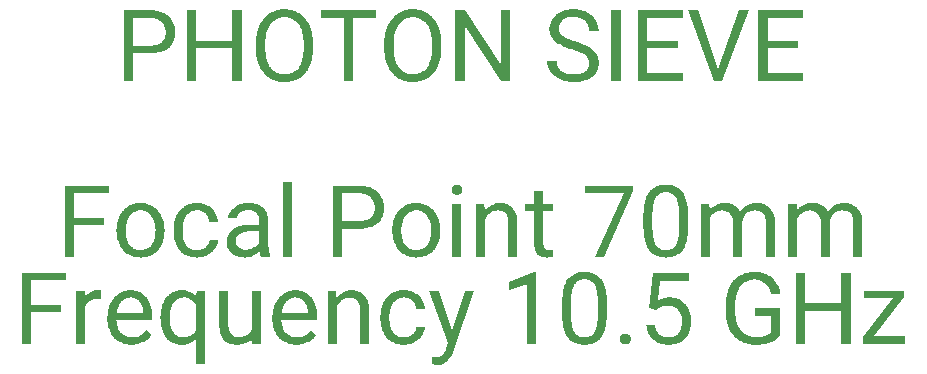
<source format=gto>
G04*
G04 #@! TF.GenerationSoftware,Altium Limited,Altium Designer,18.0.9 (584)*
G04*
G04 Layer_Color=65535*
%FSLAX25Y25*%
%MOIN*%
G70*
G01*
G75*
G36*
X523254Y538483D02*
X523464D01*
X523711Y538445D01*
X523978Y538426D01*
X524301Y538388D01*
X524625Y538331D01*
X524968Y538274D01*
X525691Y538102D01*
X526072Y537988D01*
X526453Y537874D01*
X526815Y537721D01*
X527177Y537550D01*
X527196Y537531D01*
X527253Y537512D01*
X527367Y537455D01*
X527500Y537379D01*
X527653Y537284D01*
X527843Y537169D01*
X528052Y537017D01*
X528262Y536865D01*
X528509Y536693D01*
X528757Y536503D01*
X529233Y536046D01*
X529728Y535532D01*
X529937Y535246D01*
X530147Y534942D01*
X530166Y534923D01*
X530185Y534865D01*
X530242Y534770D01*
X530318Y534656D01*
X530394Y534504D01*
X530470Y534313D01*
X530566Y534104D01*
X530680Y533875D01*
X530775Y533609D01*
X530870Y533323D01*
X531023Y532714D01*
X531156Y532048D01*
X531175Y531686D01*
X531194Y531324D01*
X528052D01*
Y531343D01*
Y531419D01*
Y531533D01*
X528033Y531686D01*
X528014Y531857D01*
X527976Y532066D01*
X527938Y532295D01*
X527881Y532562D01*
X527805Y532828D01*
X527710Y533095D01*
X527614Y533380D01*
X527481Y533666D01*
X527310Y533932D01*
X527138Y534218D01*
X526929Y534466D01*
X526681Y534713D01*
X526662Y534732D01*
X526624Y534770D01*
X526548Y534827D01*
X526434Y534903D01*
X526301Y534999D01*
X526129Y535113D01*
X525920Y535208D01*
X525691Y535341D01*
X525444Y535456D01*
X525158Y535551D01*
X524835Y535665D01*
X524492Y535760D01*
X524111Y535836D01*
X523711Y535894D01*
X523292Y535932D01*
X522835Y535951D01*
X522607D01*
X522455Y535932D01*
X522264Y535913D01*
X522036Y535894D01*
X521788Y535875D01*
X521522Y535817D01*
X520950Y535703D01*
X520341Y535513D01*
X520055Y535398D01*
X519770Y535265D01*
X519484Y535113D01*
X519237Y534923D01*
X519218Y534903D01*
X519180Y534884D01*
X519123Y534808D01*
X519027Y534732D01*
X518932Y534637D01*
X518837Y534504D01*
X518704Y534351D01*
X518589Y534180D01*
X518475Y533990D01*
X518361Y533780D01*
X518247Y533552D01*
X518152Y533285D01*
X518056Y533018D01*
X517999Y532733D01*
X517961Y532409D01*
X517942Y532086D01*
Y532066D01*
Y532028D01*
Y531952D01*
X517961Y531838D01*
X517980Y531724D01*
X517999Y531571D01*
X518094Y531229D01*
X518247Y530848D01*
X518342Y530639D01*
X518456Y530448D01*
X518589Y530239D01*
X518761Y530029D01*
X518951Y529820D01*
X519161Y529629D01*
X519180Y529610D01*
X519218Y529591D01*
X519294Y529534D01*
X519408Y529458D01*
X519541Y529382D01*
X519713Y529268D01*
X519903Y529153D01*
X520151Y529039D01*
X520417Y528887D01*
X520722Y528754D01*
X521065Y528601D01*
X521445Y528449D01*
X521864Y528278D01*
X522321Y528125D01*
X522816Y527954D01*
X523349Y527802D01*
X523387D01*
X523483Y527764D01*
X523635Y527725D01*
X523844Y527649D01*
X524092Y527573D01*
X524378Y527478D01*
X524682Y527383D01*
X525025Y527249D01*
X525387Y527116D01*
X525768Y526983D01*
X526548Y526678D01*
X527291Y526316D01*
X527633Y526145D01*
X527957Y525955D01*
X527976Y525936D01*
X528033Y525917D01*
X528109Y525859D01*
X528224Y525783D01*
X528376Y525688D01*
X528528Y525574D01*
X528890Y525288D01*
X529290Y524946D01*
X529709Y524565D01*
X530090Y524108D01*
X530280Y523879D01*
X530432Y523632D01*
X530451Y523613D01*
X530470Y523575D01*
X530509Y523498D01*
X530566Y523403D01*
X530623Y523270D01*
X530699Y523118D01*
X530775Y522946D01*
X530851Y522737D01*
X530927Y522528D01*
X530984Y522280D01*
X531118Y521747D01*
X531213Y521138D01*
X531251Y520833D01*
Y520490D01*
Y520452D01*
Y520357D01*
X531232Y520205D01*
X531213Y520014D01*
X531175Y519767D01*
X531137Y519481D01*
X531061Y519176D01*
X530965Y518834D01*
X530851Y518472D01*
X530699Y518110D01*
X530527Y517710D01*
X530299Y517330D01*
X530052Y516949D01*
X529747Y516587D01*
X529404Y516225D01*
X529004Y515882D01*
X528985Y515864D01*
X528909Y515806D01*
X528776Y515730D01*
X528605Y515616D01*
X528376Y515483D01*
X528090Y515349D01*
X527786Y515178D01*
X527405Y515026D01*
X527005Y514873D01*
X526548Y514721D01*
X526053Y514569D01*
X525520Y514435D01*
X524949Y514321D01*
X524339Y514245D01*
X523692Y514188D01*
X523007Y514169D01*
X522759D01*
X522588Y514188D01*
X522378Y514207D01*
X522112Y514226D01*
X521826Y514245D01*
X521522Y514283D01*
X521179Y514340D01*
X520817Y514397D01*
X520037Y514569D01*
X519637Y514664D01*
X519237Y514797D01*
X518837Y514930D01*
X518437Y515102D01*
X518418Y515121D01*
X518342Y515140D01*
X518228Y515197D01*
X518094Y515273D01*
X517904Y515368D01*
X517714Y515483D01*
X517485Y515616D01*
X517238Y515768D01*
X516723Y516130D01*
X516171Y516568D01*
X515657Y517082D01*
X515410Y517368D01*
X515181Y517653D01*
X515162Y517672D01*
X515124Y517729D01*
X515067Y517825D01*
X515010Y517939D01*
X514915Y518091D01*
X514819Y518282D01*
X514724Y518491D01*
X514610Y518739D01*
X514496Y518986D01*
X514401Y519272D01*
X514305Y519576D01*
X514210Y519900D01*
X514153Y520243D01*
X514096Y520604D01*
X514058Y520966D01*
X514039Y521347D01*
X517180D01*
Y521328D01*
Y521252D01*
X517200Y521138D01*
Y520985D01*
X517238Y520814D01*
X517257Y520604D01*
X517314Y520376D01*
X517371Y520109D01*
X517466Y519843D01*
X517561Y519576D01*
X517695Y519291D01*
X517847Y519005D01*
X518037Y518739D01*
X518247Y518453D01*
X518475Y518205D01*
X518761Y517958D01*
X518780Y517939D01*
X518837Y517901D01*
X518932Y517844D01*
X519046Y517767D01*
X519218Y517672D01*
X519408Y517558D01*
X519637Y517463D01*
X519884Y517349D01*
X520170Y517215D01*
X520493Y517120D01*
X520836Y517006D01*
X521217Y516911D01*
X521617Y516834D01*
X522055Y516777D01*
X522512Y516739D01*
X523007Y516720D01*
X523235D01*
X523407Y516739D01*
X523616Y516758D01*
X523844Y516777D01*
X524111Y516796D01*
X524397Y516854D01*
X525006Y516968D01*
X525634Y517139D01*
X525939Y517253D01*
X526243Y517387D01*
X526510Y517539D01*
X526777Y517710D01*
X526796Y517729D01*
X526834Y517748D01*
X526891Y517825D01*
X526986Y517901D01*
X527081Y517996D01*
X527196Y518129D01*
X527329Y518262D01*
X527443Y518434D01*
X527576Y518624D01*
X527691Y518815D01*
X527805Y519043D01*
X527900Y519291D01*
X527995Y519557D01*
X528052Y519843D01*
X528090Y520128D01*
X528109Y520452D01*
Y520471D01*
Y520528D01*
Y520623D01*
X528090Y520738D01*
X528071Y520890D01*
X528052Y521061D01*
X527957Y521442D01*
X527805Y521880D01*
X527710Y522109D01*
X527595Y522337D01*
X527462Y522546D01*
X527291Y522775D01*
X527100Y522965D01*
X526891Y523156D01*
X526872Y523175D01*
X526834Y523194D01*
X526758Y523251D01*
X526643Y523327D01*
X526510Y523403D01*
X526339Y523498D01*
X526129Y523613D01*
X525882Y523746D01*
X525596Y523879D01*
X525273Y524032D01*
X524911Y524184D01*
X524511Y524355D01*
X524054Y524527D01*
X523578Y524698D01*
X523026Y524869D01*
X522455Y525041D01*
X522436D01*
X522416Y525060D01*
X522359Y525079D01*
X522283Y525098D01*
X522074Y525155D01*
X521807Y525250D01*
X521464Y525364D01*
X521084Y525498D01*
X520665Y525650D01*
X520227Y525840D01*
X519751Y526031D01*
X519256Y526240D01*
X518304Y526735D01*
X517828Y527002D01*
X517390Y527268D01*
X516971Y527573D01*
X516609Y527878D01*
X516590Y527897D01*
X516533Y527954D01*
X516438Y528049D01*
X516324Y528182D01*
X516190Y528354D01*
X516038Y528544D01*
X515867Y528773D01*
X515695Y529039D01*
X515524Y529325D01*
X515353Y529629D01*
X515200Y529972D01*
X515067Y530353D01*
X514953Y530734D01*
X514858Y531153D01*
X514801Y531571D01*
X514781Y532028D01*
Y532066D01*
Y532162D01*
X514801Y532295D01*
X514819Y532504D01*
X514858Y532733D01*
X514896Y533018D01*
X514972Y533323D01*
X515067Y533666D01*
X515181Y534009D01*
X515334Y534389D01*
X515505Y534770D01*
X515714Y535170D01*
X515981Y535551D01*
X516267Y535932D01*
X516609Y536293D01*
X517009Y536655D01*
X517028Y536674D01*
X517104Y536731D01*
X517238Y536827D01*
X517409Y536941D01*
X517637Y537093D01*
X517904Y537245D01*
X518228Y537398D01*
X518589Y537588D01*
X518970Y537759D01*
X519427Y537912D01*
X519903Y538083D01*
X520417Y538216D01*
X520969Y538331D01*
X521560Y538426D01*
X522188Y538483D01*
X522835Y538502D01*
X523083D01*
X523254Y538483D01*
D02*
G37*
G36*
X412232Y514493D02*
X409090D01*
Y525441D01*
X397152D01*
Y514493D01*
X394030D01*
Y538178D01*
X397152D01*
Y527992D01*
X409090D01*
Y538178D01*
X412232D01*
Y514493D01*
D02*
G37*
G36*
X501682D02*
X498559D01*
X486621Y532733D01*
Y514493D01*
X483480D01*
Y538178D01*
X486621D01*
X498578Y519843D01*
Y538178D01*
X501682D01*
Y514493D01*
D02*
G37*
G36*
X572492D02*
X569731D01*
X560953Y538178D01*
X564362D01*
X571102Y518624D01*
X577861Y538178D01*
X581269D01*
X572492Y514493D01*
D02*
G37*
G36*
X599338Y535627D02*
X587571D01*
Y527992D01*
X597834D01*
Y525441D01*
X587571D01*
Y517044D01*
X599490D01*
Y514493D01*
X584449D01*
Y538178D01*
X599338D01*
Y535627D01*
D02*
G37*
G36*
X559202D02*
X547435D01*
Y527992D01*
X557698D01*
Y525441D01*
X547435D01*
Y517044D01*
X559354D01*
Y514493D01*
X544312D01*
Y538178D01*
X559202D01*
Y535627D01*
D02*
G37*
G36*
X538600Y514493D02*
X535478D01*
Y538178D01*
X538600D01*
Y514493D01*
D02*
G37*
G36*
X457071Y535627D02*
X449455D01*
Y514493D01*
X446333D01*
Y535627D01*
X438736D01*
Y538178D01*
X457071D01*
Y535627D01*
D02*
G37*
G36*
X382130Y538159D02*
X382396Y538140D01*
X382720Y538121D01*
X383101Y538064D01*
X383520Y538007D01*
X383977Y537931D01*
X384453Y537817D01*
X384948Y537683D01*
X385443Y537531D01*
X385957Y537341D01*
X386452Y537112D01*
X386947Y536846D01*
X387404Y536541D01*
X387842Y536179D01*
X387861Y536160D01*
X387937Y536084D01*
X388051Y535970D01*
X388184Y535817D01*
X388356Y535627D01*
X388546Y535380D01*
X388737Y535094D01*
X388946Y534789D01*
X389156Y534427D01*
X389346Y534028D01*
X389536Y533590D01*
X389708Y533133D01*
X389841Y532619D01*
X389955Y532086D01*
X390031Y531514D01*
X390050Y530924D01*
Y530886D01*
Y530772D01*
X390031Y530600D01*
X390012Y530353D01*
X389993Y530067D01*
X389936Y529744D01*
X389860Y529363D01*
X389784Y528963D01*
X389670Y528544D01*
X389517Y528106D01*
X389346Y527668D01*
X389137Y527230D01*
X388889Y526792D01*
X388603Y526374D01*
X388261Y525974D01*
X387880Y525612D01*
X387861Y525593D01*
X387785Y525536D01*
X387651Y525441D01*
X387480Y525326D01*
X387251Y525193D01*
X386985Y525022D01*
X386661Y524869D01*
X386299Y524698D01*
X385881Y524508D01*
X385424Y524355D01*
X384929Y524203D01*
X384377Y524051D01*
X383767Y523936D01*
X383139Y523841D01*
X382434Y523784D01*
X381711Y523765D01*
X376132D01*
Y514493D01*
X373010D01*
Y538178D01*
X381920D01*
X382130Y538159D01*
D02*
G37*
G36*
X469733Y538483D02*
X469980Y538464D01*
X470285Y538426D01*
X470609Y538388D01*
X470951Y538331D01*
X471332Y538254D01*
X471732Y538159D01*
X472151Y538045D01*
X472589Y537912D01*
X473008Y537759D01*
X473446Y537569D01*
X473865Y537360D01*
X474283Y537112D01*
X474302Y537093D01*
X474379Y537055D01*
X474493Y536960D01*
X474645Y536865D01*
X474817Y536712D01*
X475026Y536541D01*
X475273Y536332D01*
X475521Y536103D01*
X475787Y535836D01*
X476054Y535532D01*
X476321Y535208D01*
X476606Y534846D01*
X476873Y534466D01*
X477139Y534047D01*
X477387Y533609D01*
X477615Y533133D01*
X477634Y533095D01*
X477672Y533018D01*
X477730Y532866D01*
X477806Y532676D01*
X477882Y532428D01*
X477996Y532124D01*
X478091Y531781D01*
X478206Y531400D01*
X478320Y530962D01*
X478415Y530505D01*
X478529Y530010D01*
X478605Y529477D01*
X478682Y528906D01*
X478739Y528316D01*
X478777Y527706D01*
X478796Y527059D01*
Y525555D01*
Y525517D01*
Y525402D01*
Y525212D01*
X478777Y524965D01*
X478758Y524679D01*
X478739Y524317D01*
X478701Y523936D01*
X478644Y523498D01*
X478586Y523042D01*
X478510Y522546D01*
X478415Y522051D01*
X478301Y521537D01*
X478167Y521004D01*
X477996Y520490D01*
X477825Y519976D01*
X477615Y519481D01*
X477596Y519443D01*
X477558Y519367D01*
X477501Y519234D01*
X477406Y519062D01*
X477273Y518834D01*
X477139Y518586D01*
X476968Y518320D01*
X476759Y518015D01*
X476549Y517710D01*
X476302Y517368D01*
X476016Y517044D01*
X475730Y516720D01*
X475407Y516397D01*
X475064Y516092D01*
X474702Y515787D01*
X474302Y515521D01*
X474283Y515502D01*
X474207Y515464D01*
X474093Y515387D01*
X473922Y515311D01*
X473712Y515216D01*
X473465Y515102D01*
X473198Y514969D01*
X472874Y514854D01*
X472513Y514721D01*
X472132Y514588D01*
X471713Y514474D01*
X471275Y514378D01*
X470818Y514302D01*
X470323Y514226D01*
X469828Y514188D01*
X469295Y514169D01*
X469162D01*
X469028Y514188D01*
X468819D01*
X468571Y514207D01*
X468305Y514245D01*
X467981Y514283D01*
X467619Y514340D01*
X467258Y514416D01*
X466858Y514512D01*
X466439Y514607D01*
X466020Y514740D01*
X465582Y514912D01*
X465163Y515083D01*
X464744Y515292D01*
X464325Y515540D01*
X464306Y515559D01*
X464230Y515597D01*
X464116Y515692D01*
X463964Y515787D01*
X463792Y515940D01*
X463583Y516111D01*
X463354Y516301D01*
X463107Y516549D01*
X462840Y516796D01*
X462555Y517101D01*
X462288Y517425D01*
X462003Y517767D01*
X461736Y518148D01*
X461469Y518548D01*
X461203Y518986D01*
X460974Y519443D01*
X460955Y519481D01*
X460917Y519557D01*
X460860Y519710D01*
X460784Y519900D01*
X460689Y520128D01*
X460594Y520433D01*
X460479Y520757D01*
X460365Y521138D01*
X460251Y521556D01*
X460137Y522013D01*
X460041Y522489D01*
X459946Y523003D01*
X459870Y523556D01*
X459794Y524127D01*
X459756Y524736D01*
X459737Y525345D01*
Y527059D01*
Y527078D01*
Y527097D01*
Y527211D01*
Y527383D01*
X459756Y527630D01*
X459775Y527935D01*
X459794Y528278D01*
X459832Y528658D01*
X459889Y529096D01*
X459946Y529553D01*
X460022Y530029D01*
X460118Y530524D01*
X460232Y531038D01*
X460365Y531552D01*
X460536Y532066D01*
X460708Y532581D01*
X460917Y533076D01*
X460936Y533114D01*
X460974Y533190D01*
X461051Y533323D01*
X461146Y533514D01*
X461260Y533723D01*
X461412Y533990D01*
X461584Y534256D01*
X461793Y534561D01*
X462022Y534884D01*
X462269Y535208D01*
X462536Y535551D01*
X462840Y535875D01*
X463164Y536198D01*
X463526Y536522D01*
X463888Y536827D01*
X464287Y537093D01*
X464306Y537112D01*
X464383Y537150D01*
X464516Y537226D01*
X464668Y537322D01*
X464878Y537417D01*
X465125Y537531D01*
X465411Y537664D01*
X465715Y537798D01*
X466077Y537931D01*
X466458Y538064D01*
X466858Y538178D01*
X467296Y538274D01*
X467753Y538369D01*
X468248Y538445D01*
X468743Y538483D01*
X469257Y538502D01*
X469542D01*
X469733Y538483D01*
D02*
G37*
G36*
X426950D02*
X427197Y538464D01*
X427502Y538426D01*
X427826Y538388D01*
X428168Y538331D01*
X428549Y538254D01*
X428949Y538159D01*
X429368Y538045D01*
X429806Y537912D01*
X430225Y537759D01*
X430663Y537569D01*
X431082Y537360D01*
X431500Y537112D01*
X431520Y537093D01*
X431596Y537055D01*
X431710Y536960D01*
X431862Y536865D01*
X432034Y536712D01*
X432243Y536541D01*
X432491Y536332D01*
X432738Y536103D01*
X433005Y535836D01*
X433271Y535532D01*
X433538Y535208D01*
X433823Y534846D01*
X434090Y534466D01*
X434356Y534047D01*
X434604Y533609D01*
X434832Y533133D01*
X434852Y533095D01*
X434890Y533018D01*
X434947Y532866D01*
X435023Y532676D01*
X435099Y532428D01*
X435213Y532124D01*
X435309Y531781D01*
X435423Y531400D01*
X435537Y530962D01*
X435632Y530505D01*
X435746Y530010D01*
X435823Y529477D01*
X435899Y528906D01*
X435956Y528316D01*
X435994Y527706D01*
X436013Y527059D01*
Y525555D01*
Y525517D01*
Y525402D01*
Y525212D01*
X435994Y524965D01*
X435975Y524679D01*
X435956Y524317D01*
X435918Y523936D01*
X435861Y523498D01*
X435804Y523042D01*
X435727Y522546D01*
X435632Y522051D01*
X435518Y521537D01*
X435385Y521004D01*
X435213Y520490D01*
X435042Y519976D01*
X434832Y519481D01*
X434813Y519443D01*
X434775Y519367D01*
X434718Y519234D01*
X434623Y519062D01*
X434490Y518834D01*
X434356Y518586D01*
X434185Y518320D01*
X433976Y518015D01*
X433766Y517710D01*
X433519Y517368D01*
X433233Y517044D01*
X432947Y516720D01*
X432624Y516397D01*
X432281Y516092D01*
X431919Y515787D01*
X431520Y515521D01*
X431500Y515502D01*
X431424Y515464D01*
X431310Y515387D01*
X431139Y515311D01*
X430929Y515216D01*
X430682Y515102D01*
X430415Y514969D01*
X430091Y514854D01*
X429730Y514721D01*
X429349Y514588D01*
X428930Y514474D01*
X428492Y514378D01*
X428035Y514302D01*
X427540Y514226D01*
X427045Y514188D01*
X426512Y514169D01*
X426379D01*
X426245Y514188D01*
X426036D01*
X425788Y514207D01*
X425522Y514245D01*
X425198Y514283D01*
X424836Y514340D01*
X424475Y514416D01*
X424075Y514512D01*
X423656Y514607D01*
X423237Y514740D01*
X422799Y514912D01*
X422380Y515083D01*
X421961Y515292D01*
X421543Y515540D01*
X421524Y515559D01*
X421447Y515597D01*
X421333Y515692D01*
X421181Y515787D01*
X421009Y515940D01*
X420800Y516111D01*
X420572Y516301D01*
X420324Y516549D01*
X420057Y516796D01*
X419772Y517101D01*
X419505Y517425D01*
X419220Y517767D01*
X418953Y518148D01*
X418687Y518548D01*
X418420Y518986D01*
X418191Y519443D01*
X418173Y519481D01*
X418134Y519557D01*
X418077Y519710D01*
X418001Y519900D01*
X417906Y520128D01*
X417811Y520433D01*
X417697Y520757D01*
X417582Y521138D01*
X417468Y521556D01*
X417354Y522013D01*
X417259Y522489D01*
X417163Y523003D01*
X417087Y523556D01*
X417011Y524127D01*
X416973Y524736D01*
X416954Y525345D01*
Y527059D01*
Y527078D01*
Y527097D01*
Y527211D01*
Y527383D01*
X416973Y527630D01*
X416992Y527935D01*
X417011Y528278D01*
X417049Y528658D01*
X417106Y529096D01*
X417163Y529553D01*
X417240Y530029D01*
X417335Y530524D01*
X417449Y531038D01*
X417582Y531552D01*
X417754Y532066D01*
X417925Y532581D01*
X418134Y533076D01*
X418153Y533114D01*
X418191Y533190D01*
X418268Y533323D01*
X418363Y533514D01*
X418477Y533723D01*
X418629Y533990D01*
X418801Y534256D01*
X419010Y534561D01*
X419239Y534884D01*
X419486Y535208D01*
X419753Y535551D01*
X420057Y535875D01*
X420381Y536198D01*
X420743Y536522D01*
X421105Y536827D01*
X421504Y537093D01*
X421524Y537112D01*
X421600Y537150D01*
X421733Y537226D01*
X421885Y537322D01*
X422095Y537417D01*
X422342Y537531D01*
X422628Y537664D01*
X422932Y537798D01*
X423294Y537931D01*
X423675Y538064D01*
X424075Y538178D01*
X424513Y538274D01*
X424970Y538369D01*
X425465Y538445D01*
X425960Y538483D01*
X426474Y538502D01*
X426759D01*
X426950Y538483D01*
D02*
G37*
G36*
X484308Y480019D02*
X484498Y479981D01*
X484708Y479905D01*
X484936Y479828D01*
X485146Y479695D01*
X485336Y479524D01*
X485355Y479505D01*
X485412Y479428D01*
X485488Y479333D01*
X485565Y479181D01*
X485641Y479010D01*
X485717Y478800D01*
X485774Y478553D01*
X485793Y478286D01*
Y478248D01*
Y478172D01*
X485774Y478039D01*
X485736Y477867D01*
X485679Y477677D01*
X485603Y477467D01*
X485488Y477258D01*
X485336Y477068D01*
X485317Y477048D01*
X485260Y476991D01*
X485146Y476915D01*
X484993Y476839D01*
X484803Y476744D01*
X484575Y476668D01*
X484308Y476611D01*
X484003Y476592D01*
X483851D01*
X483699Y476611D01*
X483508Y476649D01*
X483299Y476706D01*
X483070Y476801D01*
X482861Y476915D01*
X482670Y477068D01*
X482651Y477087D01*
X482594Y477163D01*
X482537Y477258D01*
X482461Y477410D01*
X482366Y477582D01*
X482309Y477791D01*
X482252Y478020D01*
X482233Y478286D01*
Y478324D01*
Y478419D01*
X482252Y478553D01*
X482290Y478724D01*
X482347Y478914D01*
X482423Y479124D01*
X482518Y479333D01*
X482670Y479524D01*
X482690Y479543D01*
X482766Y479600D01*
X482861Y479695D01*
X483013Y479790D01*
X483204Y479867D01*
X483432Y479962D01*
X483699Y480019D01*
X484003Y480038D01*
X484156D01*
X484308Y480019D01*
D02*
G37*
G36*
X498778Y473926D02*
X498893D01*
X499045Y473907D01*
X499216Y473888D01*
X499407Y473850D01*
X499825Y473755D01*
X500302Y473621D01*
X500797Y473412D01*
X501330Y473164D01*
X501596Y472993D01*
X501844Y472822D01*
X502110Y472631D01*
X502358Y472403D01*
X502605Y472155D01*
X502834Y471889D01*
X503062Y471603D01*
X503272Y471279D01*
X503462Y470937D01*
X503633Y470556D01*
X503786Y470156D01*
X503900Y469718D01*
X504014Y469261D01*
X504090Y468747D01*
X504148Y468214D01*
X504167Y467643D01*
Y456009D01*
X501139D01*
Y467662D01*
Y467681D01*
Y467738D01*
Y467852D01*
X501120Y467967D01*
Y468138D01*
X501101Y468309D01*
X501063Y468519D01*
X501025Y468728D01*
X500930Y469185D01*
X500777Y469661D01*
X500568Y470099D01*
X500435Y470289D01*
X500282Y470480D01*
Y470499D01*
X500244Y470518D01*
X500187Y470556D01*
X500130Y470632D01*
X500035Y470689D01*
X499921Y470765D01*
X499787Y470860D01*
X499635Y470937D01*
X499445Y471032D01*
X499254Y471108D01*
X499045Y471184D01*
X498797Y471260D01*
X498531Y471317D01*
X498245Y471356D01*
X497941Y471375D01*
X497617Y471394D01*
X497484D01*
X497369Y471375D01*
X497236D01*
X497103Y471356D01*
X496741Y471299D01*
X496341Y471203D01*
X495922Y471051D01*
X495465Y470860D01*
X495047Y470594D01*
X495027D01*
X494989Y470556D01*
X494932Y470518D01*
X494856Y470461D01*
X494666Y470289D01*
X494418Y470042D01*
X494133Y469756D01*
X493847Y469414D01*
X493561Y469014D01*
X493314Y468557D01*
Y456009D01*
X490306D01*
Y473621D01*
X493161D01*
X493257Y471394D01*
X493276Y471432D01*
X493352Y471508D01*
X493466Y471622D01*
X493618Y471794D01*
X493828Y471984D01*
X494075Y472193D01*
X494342Y472441D01*
X494666Y472669D01*
X495027Y472917D01*
X495427Y473145D01*
X495865Y473355D01*
X496341Y473545D01*
X496836Y473716D01*
X497369Y473831D01*
X497941Y473926D01*
X498531Y473945D01*
X498664D01*
X498778Y473926D01*
D02*
G37*
G36*
X613494D02*
X613628D01*
X613780Y473907D01*
X613951Y473888D01*
X614161Y473850D01*
X614599Y473755D01*
X615094Y473621D01*
X615627Y473431D01*
X616160Y473183D01*
X616445Y473031D01*
X616712Y472860D01*
X616979Y472650D01*
X617245Y472441D01*
X617493Y472212D01*
X617740Y471946D01*
X617969Y471660D01*
X618178Y471356D01*
X618388Y471013D01*
X618578Y470651D01*
X618730Y470251D01*
X618864Y469832D01*
X618978Y469375D01*
X619073Y468880D01*
X619130Y468347D01*
X619149Y467795D01*
Y456009D01*
X616141D01*
Y467624D01*
Y467643D01*
Y467700D01*
Y467795D01*
X616122Y467928D01*
Y468081D01*
X616103Y468271D01*
X616065Y468462D01*
X616027Y468690D01*
X615931Y469147D01*
X615779Y469604D01*
X615551Y470061D01*
X615417Y470251D01*
X615265Y470442D01*
X615246Y470461D01*
X615227Y470480D01*
X615170Y470537D01*
X615094Y470594D01*
X614998Y470670D01*
X614884Y470746D01*
X614751Y470822D01*
X614580Y470918D01*
X614389Y471013D01*
X614180Y471089D01*
X613951Y471165D01*
X613685Y471241D01*
X613399Y471299D01*
X613075Y471356D01*
X612733Y471375D01*
X612371Y471394D01*
X612219D01*
X612085Y471375D01*
X611952Y471356D01*
X611781Y471337D01*
X611590Y471317D01*
X611400Y471260D01*
X610962Y471146D01*
X610486Y470975D01*
X610257Y470860D01*
X610029Y470727D01*
X609801Y470556D01*
X609591Y470385D01*
X609572Y470365D01*
X609553Y470346D01*
X609496Y470289D01*
X609420Y470194D01*
X609325Y470099D01*
X609229Y469985D01*
X609134Y469832D01*
X609020Y469661D01*
X608906Y469490D01*
X608791Y469280D01*
X608582Y468823D01*
X608411Y468290D01*
X608354Y467985D01*
X608315Y467681D01*
Y456009D01*
X605288D01*
Y467548D01*
Y467567D01*
Y467586D01*
Y467643D01*
Y467719D01*
X605269Y467909D01*
X605231Y468157D01*
X605174Y468442D01*
X605098Y468766D01*
X604964Y469109D01*
X604812Y469471D01*
X604622Y469832D01*
X604374Y470175D01*
X604070Y470499D01*
X603708Y470784D01*
X603270Y471032D01*
X603022Y471146D01*
X602756Y471222D01*
X602489Y471299D01*
X602185Y471356D01*
X601861Y471375D01*
X601518Y471394D01*
X601385D01*
X601233Y471375D01*
X601042Y471356D01*
X600795Y471317D01*
X600528Y471260D01*
X600223Y471184D01*
X599900Y471070D01*
X599576Y470937D01*
X599233Y470784D01*
X598891Y470575D01*
X598567Y470327D01*
X598243Y470042D01*
X597958Y469699D01*
X597691Y469299D01*
X597463Y468861D01*
Y456009D01*
X594454D01*
Y473621D01*
X597310D01*
X597387Y471660D01*
X597405Y471679D01*
X597482Y471755D01*
X597596Y471870D01*
X597748Y472022D01*
X597939Y472193D01*
X598167Y472384D01*
X598453Y472593D01*
X598776Y472803D01*
X599119Y473012D01*
X599519Y473221D01*
X599938Y473412D01*
X600414Y473583D01*
X600909Y473736D01*
X601442Y473850D01*
X602013Y473926D01*
X602603Y473945D01*
X602775D01*
X602946Y473926D01*
X603194Y473907D01*
X603498Y473850D01*
X603841Y473793D01*
X604222Y473716D01*
X604622Y473583D01*
X605041Y473450D01*
X605459Y473260D01*
X605878Y473031D01*
X606297Y472746D01*
X606678Y472422D01*
X607040Y472041D01*
X607363Y471603D01*
X607649Y471108D01*
X607668Y471127D01*
X607687Y471165D01*
X607744Y471222D01*
X607801Y471317D01*
X607897Y471432D01*
X607992Y471546D01*
X608258Y471832D01*
X608582Y472155D01*
X608982Y472498D01*
X609420Y472841D01*
X609915Y473145D01*
X609934Y473164D01*
X609972Y473183D01*
X610067Y473221D01*
X610162Y473279D01*
X610296Y473336D01*
X610467Y473393D01*
X610657Y473469D01*
X610867Y473545D01*
X611095Y473621D01*
X611343Y473698D01*
X611628Y473755D01*
X611914Y473812D01*
X612561Y473907D01*
X613247Y473945D01*
X613399D01*
X613494Y473926D01*
D02*
G37*
G36*
X584287D02*
X584420D01*
X584573Y473907D01*
X584744Y473888D01*
X584953Y473850D01*
X585391Y473755D01*
X585886Y473621D01*
X586419Y473431D01*
X586953Y473183D01*
X587238Y473031D01*
X587505Y472860D01*
X587771Y472650D01*
X588038Y472441D01*
X588285Y472212D01*
X588533Y471946D01*
X588761Y471660D01*
X588971Y471356D01*
X589180Y471013D01*
X589371Y470651D01*
X589523Y470251D01*
X589656Y469832D01*
X589771Y469375D01*
X589866Y468880D01*
X589923Y468347D01*
X589942Y467795D01*
Y456009D01*
X586934D01*
Y467624D01*
Y467643D01*
Y467700D01*
Y467795D01*
X586914Y467928D01*
Y468081D01*
X586895Y468271D01*
X586857Y468462D01*
X586819Y468690D01*
X586724Y469147D01*
X586572Y469604D01*
X586343Y470061D01*
X586210Y470251D01*
X586058Y470442D01*
X586039Y470461D01*
X586020Y470480D01*
X585962Y470537D01*
X585886Y470594D01*
X585791Y470670D01*
X585677Y470746D01*
X585544Y470822D01*
X585372Y470918D01*
X585182Y471013D01*
X584972Y471089D01*
X584744Y471165D01*
X584477Y471241D01*
X584192Y471299D01*
X583868Y471356D01*
X583525Y471375D01*
X583164Y471394D01*
X583011D01*
X582878Y471375D01*
X582745Y471356D01*
X582573Y471337D01*
X582383Y471317D01*
X582193Y471260D01*
X581755Y471146D01*
X581279Y470975D01*
X581050Y470860D01*
X580822Y470727D01*
X580593Y470556D01*
X580384Y470385D01*
X580365Y470365D01*
X580346Y470346D01*
X580289Y470289D01*
X580212Y470194D01*
X580117Y470099D01*
X580022Y469985D01*
X579927Y469832D01*
X579813Y469661D01*
X579698Y469490D01*
X579584Y469280D01*
X579375Y468823D01*
X579203Y468290D01*
X579146Y467985D01*
X579108Y467681D01*
Y456009D01*
X576081D01*
Y467548D01*
Y467567D01*
Y467586D01*
Y467643D01*
Y467719D01*
X576062Y467909D01*
X576024Y468157D01*
X575967Y468442D01*
X575890Y468766D01*
X575757Y469109D01*
X575605Y469471D01*
X575414Y469832D01*
X575167Y470175D01*
X574862Y470499D01*
X574500Y470784D01*
X574062Y471032D01*
X573815Y471146D01*
X573548Y471222D01*
X573282Y471299D01*
X572977Y471356D01*
X572653Y471375D01*
X572311Y471394D01*
X572178D01*
X572025Y471375D01*
X571835Y471356D01*
X571587Y471317D01*
X571321Y471260D01*
X571016Y471184D01*
X570692Y471070D01*
X570369Y470937D01*
X570026Y470784D01*
X569683Y470575D01*
X569360Y470327D01*
X569036Y470042D01*
X568750Y469699D01*
X568484Y469299D01*
X568255Y468861D01*
Y456009D01*
X565247D01*
Y473621D01*
X568103D01*
X568179Y471660D01*
X568198Y471679D01*
X568274Y471755D01*
X568389Y471870D01*
X568541Y472022D01*
X568731Y472193D01*
X568960Y472384D01*
X569245Y472593D01*
X569569Y472803D01*
X569912Y473012D01*
X570312Y473221D01*
X570730Y473412D01*
X571207Y473583D01*
X571701Y473736D01*
X572235Y473850D01*
X572806Y473926D01*
X573396Y473945D01*
X573567D01*
X573739Y473926D01*
X573986Y473907D01*
X574291Y473850D01*
X574634Y473793D01*
X575014Y473716D01*
X575414Y473583D01*
X575833Y473450D01*
X576252Y473260D01*
X576671Y473031D01*
X577090Y472746D01*
X577471Y472422D01*
X577832Y472041D01*
X578156Y471603D01*
X578442Y471108D01*
X578461Y471127D01*
X578480Y471165D01*
X578537Y471222D01*
X578594Y471317D01*
X578689Y471432D01*
X578784Y471546D01*
X579051Y471832D01*
X579375Y472155D01*
X579775Y472498D01*
X580212Y472841D01*
X580707Y473145D01*
X580726Y473164D01*
X580765Y473183D01*
X580860Y473221D01*
X580955Y473279D01*
X581088Y473336D01*
X581260Y473393D01*
X581450Y473469D01*
X581659Y473545D01*
X581888Y473621D01*
X582135Y473698D01*
X582421Y473755D01*
X582707Y473812D01*
X583354Y473907D01*
X584039Y473945D01*
X584192D01*
X584287Y473926D01*
D02*
G37*
G36*
X397619D02*
X397828D01*
X398076Y473888D01*
X398380Y473850D01*
X398704Y473793D01*
X399066Y473716D01*
X399447Y473621D01*
X399847Y473507D01*
X400246Y473355D01*
X400665Y473183D01*
X401084Y472993D01*
X401484Y472746D01*
X401884Y472479D01*
X402265Y472155D01*
X402284Y472136D01*
X402341Y472079D01*
X402455Y471965D01*
X402569Y471832D01*
X402722Y471660D01*
X402893Y471451D01*
X403064Y471203D01*
X403255Y470918D01*
X403445Y470613D01*
X403635Y470251D01*
X403807Y469889D01*
X403959Y469471D01*
X404111Y469033D01*
X404226Y468576D01*
X404302Y468081D01*
X404340Y467567D01*
X401503D01*
Y467586D01*
Y467643D01*
X401484Y467738D01*
X401465Y467852D01*
X401446Y467985D01*
X401408Y468157D01*
X401351Y468347D01*
X401294Y468557D01*
X401122Y468995D01*
X400894Y469471D01*
X400760Y469699D01*
X400589Y469928D01*
X400418Y470156D01*
X400208Y470365D01*
X400189Y470385D01*
X400151Y470423D01*
X400094Y470461D01*
X399999Y470537D01*
X399885Y470613D01*
X399751Y470708D01*
X399599Y470822D01*
X399409Y470918D01*
X399218Y471013D01*
X398990Y471127D01*
X398514Y471299D01*
X398228Y471375D01*
X397942Y471432D01*
X397657Y471451D01*
X397333Y471470D01*
X397238D01*
X397124Y471451D01*
X396952D01*
X396762Y471413D01*
X396553Y471375D01*
X396305Y471337D01*
X396039Y471260D01*
X395753Y471184D01*
X395467Y471070D01*
X395163Y470937D01*
X394877Y470765D01*
X394572Y470575D01*
X394287Y470365D01*
X394020Y470099D01*
X393773Y469813D01*
X393754Y469794D01*
X393716Y469737D01*
X393658Y469642D01*
X393582Y469509D01*
X393487Y469337D01*
X393373Y469128D01*
X393259Y468880D01*
X393144Y468595D01*
X393030Y468271D01*
X392916Y467928D01*
X392802Y467528D01*
X392706Y467091D01*
X392630Y466634D01*
X392573Y466139D01*
X392535Y465605D01*
X392516Y465034D01*
Y464463D01*
Y464425D01*
Y464330D01*
Y464178D01*
X392535Y463968D01*
X392554Y463701D01*
X392592Y463416D01*
X392630Y463092D01*
X392668Y462731D01*
X392745Y462369D01*
X392821Y461988D01*
X392916Y461588D01*
X393049Y461207D01*
X393182Y460826D01*
X393354Y460446D01*
X393544Y460103D01*
X393773Y459779D01*
X393792Y459760D01*
X393830Y459703D01*
X393906Y459627D01*
X394001Y459532D01*
X394134Y459399D01*
X394287Y459265D01*
X394477Y459113D01*
X394687Y458960D01*
X394934Y458808D01*
X395201Y458656D01*
X395486Y458523D01*
X395810Y458389D01*
X396153Y458294D01*
X396533Y458218D01*
X396933Y458161D01*
X397352Y458142D01*
X397505D01*
X397619Y458161D01*
X397771Y458180D01*
X397923Y458199D01*
X398114Y458218D01*
X398304Y458256D01*
X398761Y458370D01*
X399218Y458561D01*
X399466Y458656D01*
X399713Y458789D01*
X399942Y458942D01*
X400170Y459113D01*
X400189Y459132D01*
X400227Y459151D01*
X400284Y459208D01*
X400361Y459284D01*
X400456Y459379D01*
X400551Y459494D01*
X400779Y459779D01*
X401027Y460141D01*
X401236Y460560D01*
X401408Y461017D01*
X401465Y461283D01*
X401503Y461550D01*
X404340D01*
Y461531D01*
Y461474D01*
X404321Y461398D01*
Y461303D01*
X404302Y461169D01*
X404264Y460998D01*
X404226Y460826D01*
X404188Y460636D01*
X404054Y460179D01*
X403864Y459703D01*
X403616Y459189D01*
X403464Y458942D01*
X403293Y458675D01*
X403274Y458656D01*
X403255Y458618D01*
X403197Y458542D01*
X403121Y458447D01*
X403026Y458332D01*
X402912Y458199D01*
X402779Y458047D01*
X402626Y457894D01*
X402246Y457533D01*
X401808Y457171D01*
X401313Y456809D01*
X400741Y456485D01*
X400722D01*
X400665Y456447D01*
X400589Y456409D01*
X400456Y456352D01*
X400322Y456295D01*
X400132Y456238D01*
X399942Y456162D01*
X399713Y456085D01*
X399466Y456009D01*
X399218Y455933D01*
X398647Y455819D01*
X398019Y455724D01*
X397352Y455686D01*
X397200D01*
X397009Y455705D01*
X396762Y455724D01*
X396457Y455762D01*
X396096Y455819D01*
X395715Y455895D01*
X395296Y455990D01*
X394839Y456105D01*
X394363Y456276D01*
X393887Y456466D01*
X393411Y456695D01*
X392935Y456980D01*
X392478Y457285D01*
X392040Y457666D01*
X391621Y458085D01*
X391602Y458104D01*
X391526Y458199D01*
X391431Y458332D01*
X391298Y458523D01*
X391126Y458770D01*
X390955Y459056D01*
X390764Y459417D01*
X390574Y459798D01*
X390365Y460255D01*
X390174Y460731D01*
X390003Y461283D01*
X389831Y461855D01*
X389698Y462483D01*
X389603Y463168D01*
X389527Y463873D01*
X389508Y464635D01*
Y465148D01*
Y465187D01*
Y465263D01*
Y465396D01*
X389527Y465587D01*
X389546Y465815D01*
X389565Y466062D01*
X389584Y466367D01*
X389622Y466691D01*
X389679Y467033D01*
X389736Y467395D01*
X389908Y468157D01*
X390003Y468557D01*
X390136Y468957D01*
X390269Y469337D01*
X390441Y469718D01*
X390460Y469737D01*
X390479Y469813D01*
X390536Y469909D01*
X390612Y470042D01*
X390707Y470213D01*
X390841Y470404D01*
X390974Y470632D01*
X391145Y470860D01*
X391317Y471108D01*
X391526Y471356D01*
X391755Y471622D01*
X391983Y471870D01*
X392249Y472117D01*
X392535Y472365D01*
X392840Y472612D01*
X393163Y472822D01*
X393182Y472841D01*
X393240Y472879D01*
X393335Y472917D01*
X393487Y472993D01*
X393639Y473088D01*
X393849Y473183D01*
X394077Y473279D01*
X394344Y473393D01*
X394649Y473488D01*
X394953Y473583D01*
X395296Y473678D01*
X395677Y473774D01*
X396058Y473850D01*
X396457Y473888D01*
X396895Y473926D01*
X397333Y473945D01*
X397466D01*
X397619Y473926D01*
D02*
G37*
G36*
X542818Y478000D02*
X533012Y456009D01*
X529852D01*
X539638Y477220D01*
X526805D01*
Y479695D01*
X542818D01*
Y478000D01*
D02*
G37*
G36*
X485488Y456009D02*
X482480D01*
Y473621D01*
X485488D01*
Y456009D01*
D02*
G37*
G36*
X451788Y479676D02*
X452054Y479657D01*
X452378Y479638D01*
X452759Y479581D01*
X453177Y479524D01*
X453635Y479448D01*
X454110Y479333D01*
X454605Y479200D01*
X455101Y479048D01*
X455615Y478857D01*
X456110Y478629D01*
X456605Y478362D01*
X457062Y478058D01*
X457500Y477696D01*
X457519Y477677D01*
X457595Y477601D01*
X457709Y477487D01*
X457842Y477334D01*
X458014Y477144D01*
X458204Y476896D01*
X458394Y476611D01*
X458604Y476306D01*
X458813Y475944D01*
X459004Y475544D01*
X459194Y475106D01*
X459366Y474649D01*
X459499Y474135D01*
X459613Y473602D01*
X459689Y473031D01*
X459708Y472441D01*
Y472403D01*
Y472289D01*
X459689Y472117D01*
X459670Y471870D01*
X459651Y471584D01*
X459594Y471260D01*
X459518Y470880D01*
X459442Y470480D01*
X459327Y470061D01*
X459175Y469623D01*
X459004Y469185D01*
X458794Y468747D01*
X458547Y468309D01*
X458261Y467890D01*
X457919Y467490D01*
X457538Y467129D01*
X457519Y467110D01*
X457443Y467053D01*
X457309Y466957D01*
X457138Y466843D01*
X456909Y466710D01*
X456643Y466538D01*
X456319Y466386D01*
X455957Y466215D01*
X455539Y466024D01*
X455082Y465872D01*
X454587Y465720D01*
X454034Y465567D01*
X453425Y465453D01*
X452797Y465358D01*
X452092Y465301D01*
X451369Y465282D01*
X445790D01*
Y456009D01*
X442667D01*
Y479695D01*
X451578D01*
X451788Y479676D01*
D02*
G37*
G36*
X429130Y456009D02*
X426122D01*
Y481009D01*
X429130D01*
Y456009D01*
D02*
G37*
G36*
X415078Y473926D02*
X415345Y473907D01*
X415631Y473869D01*
X415973Y473812D01*
X416316Y473755D01*
X416697Y473678D01*
X417078Y473583D01*
X417478Y473450D01*
X417877Y473298D01*
X418277Y473126D01*
X418639Y472917D01*
X419001Y472688D01*
X419343Y472422D01*
X419362Y472403D01*
X419420Y472346D01*
X419496Y472269D01*
X419610Y472136D01*
X419743Y471984D01*
X419896Y471794D01*
X420048Y471584D01*
X420219Y471317D01*
X420391Y471032D01*
X420543Y470727D01*
X420695Y470385D01*
X420829Y470004D01*
X420943Y469604D01*
X421038Y469166D01*
X421095Y468709D01*
X421133Y468214D01*
Y460122D01*
Y460103D01*
Y460008D01*
Y459894D01*
X421152Y459722D01*
Y459513D01*
X421171Y459284D01*
X421190Y459018D01*
X421209Y458732D01*
X421285Y458104D01*
X421400Y457456D01*
X421552Y456828D01*
X421647Y456542D01*
X421762Y456257D01*
Y456009D01*
X418601D01*
X418582Y456028D01*
X418563Y456105D01*
X418506Y456238D01*
X418449Y456428D01*
X418391Y456695D01*
X418315Y456999D01*
X418239Y457399D01*
X418220Y457609D01*
X418182Y457856D01*
X418163Y457837D01*
X418087Y457761D01*
X417973Y457666D01*
X417801Y457514D01*
X417611Y457361D01*
X417363Y457171D01*
X417078Y456980D01*
X416773Y456771D01*
X416430Y456562D01*
X416031Y456371D01*
X415631Y456181D01*
X415193Y456028D01*
X414717Y455895D01*
X414222Y455781D01*
X413708Y455705D01*
X413174Y455686D01*
X413060D01*
X412927Y455705D01*
X412737D01*
X412527Y455724D01*
X412261Y455762D01*
X411975Y455800D01*
X411670Y455876D01*
X411328Y455952D01*
X410985Y456047D01*
X410623Y456162D01*
X410261Y456314D01*
X409900Y456466D01*
X409557Y456676D01*
X409214Y456885D01*
X408890Y457152D01*
X408871Y457171D01*
X408814Y457228D01*
X408738Y457304D01*
X408624Y457418D01*
X408510Y457571D01*
X408376Y457742D01*
X408224Y457932D01*
X408072Y458161D01*
X407900Y458427D01*
X407767Y458713D01*
X407615Y459018D01*
X407501Y459341D01*
X407386Y459703D01*
X407310Y460065D01*
X407253Y460465D01*
X407234Y460884D01*
Y460922D01*
Y460998D01*
X407253Y461150D01*
X407272Y461341D01*
X407291Y461569D01*
X407348Y461836D01*
X407405Y462140D01*
X407501Y462464D01*
X407596Y462788D01*
X407748Y463149D01*
X407900Y463492D01*
X408110Y463854D01*
X408338Y464216D01*
X408624Y464539D01*
X408948Y464863D01*
X409309Y465168D01*
X409328Y465187D01*
X409405Y465225D01*
X409519Y465301D01*
X409690Y465415D01*
X409919Y465529D01*
X410166Y465644D01*
X410471Y465796D01*
X410833Y465929D01*
X411232Y466062D01*
X411670Y466215D01*
X412146Y466329D01*
X412679Y466462D01*
X413251Y466558D01*
X413860Y466634D01*
X414507Y466672D01*
X415193Y466691D01*
X418125D01*
Y468062D01*
Y468081D01*
Y468138D01*
Y468214D01*
X418106Y468328D01*
Y468462D01*
X418068Y468614D01*
X418011Y468976D01*
X417896Y469375D01*
X417725Y469794D01*
X417611Y470004D01*
X417497Y470194D01*
X417344Y470385D01*
X417173Y470575D01*
X417154Y470594D01*
X417135Y470613D01*
X417078Y470670D01*
X417001Y470727D01*
X416906Y470803D01*
X416773Y470880D01*
X416640Y470956D01*
X416487Y471051D01*
X416297Y471146D01*
X416088Y471222D01*
X415859Y471299D01*
X415612Y471375D01*
X415345Y471432D01*
X415059Y471489D01*
X414736Y471508D01*
X414412Y471527D01*
X414260D01*
X414146Y471508D01*
X414012D01*
X413841Y471489D01*
X413669Y471451D01*
X413460Y471432D01*
X413041Y471337D01*
X412584Y471184D01*
X412127Y470975D01*
X411899Y470860D01*
X411689Y470708D01*
X411670D01*
X411651Y470670D01*
X411594Y470632D01*
X411518Y470556D01*
X411347Y470385D01*
X411156Y470156D01*
X410947Y469871D01*
X410775Y469528D01*
X410699Y469337D01*
X410642Y469147D01*
X410623Y468937D01*
X410604Y468728D01*
X407577D01*
Y468747D01*
Y468785D01*
Y468861D01*
X407596Y468957D01*
X407615Y469071D01*
X407634Y469204D01*
X407691Y469547D01*
X407805Y469928D01*
X407977Y470346D01*
X408072Y470575D01*
X408205Y470803D01*
X408338Y471032D01*
X408510Y471260D01*
X408529Y471279D01*
X408548Y471317D01*
X408605Y471375D01*
X408681Y471470D01*
X408776Y471565D01*
X408890Y471698D01*
X409024Y471832D01*
X409195Y471965D01*
X409557Y472289D01*
X409995Y472612D01*
X410490Y472936D01*
X411061Y473221D01*
X411080D01*
X411137Y473260D01*
X411213Y473298D01*
X411347Y473336D01*
X411499Y473393D01*
X411670Y473450D01*
X411880Y473507D01*
X412108Y473583D01*
X412356Y473659D01*
X412622Y473716D01*
X413232Y473831D01*
X413879Y473907D01*
X414583Y473945D01*
X414869D01*
X415078Y473926D01*
D02*
G37*
G36*
X368031Y477144D02*
X356473D01*
Y469033D01*
X366412D01*
Y466481D01*
X356473D01*
Y456009D01*
X353351D01*
Y479695D01*
X368031D01*
Y477144D01*
D02*
G37*
G36*
X553975Y480000D02*
X554242Y479981D01*
X554565Y479943D01*
X554927Y479885D01*
X555327Y479809D01*
X555746Y479714D01*
X556203Y479581D01*
X556660Y479428D01*
X557136Y479219D01*
X557593Y478991D01*
X558050Y478705D01*
X558469Y478381D01*
X558869Y478000D01*
X559230Y477563D01*
X559249Y477544D01*
X559306Y477448D01*
X559402Y477296D01*
X559516Y477106D01*
X559649Y476839D01*
X559801Y476515D01*
X559973Y476135D01*
X560144Y475697D01*
X560316Y475202D01*
X560487Y474630D01*
X560639Y474021D01*
X560773Y473336D01*
X560906Y472593D01*
X561001Y471794D01*
X561058Y470937D01*
X561096Y470004D01*
Y466101D01*
Y466081D01*
Y466043D01*
Y465967D01*
Y465872D01*
Y465739D01*
X561077Y465587D01*
Y465434D01*
Y465225D01*
X561058Y465015D01*
X561039Y464787D01*
X561001Y464292D01*
X560944Y463740D01*
X560868Y463130D01*
X560773Y462502D01*
X560658Y461855D01*
X560506Y461207D01*
X560335Y460560D01*
X560125Y459912D01*
X559878Y459322D01*
X559611Y458751D01*
X559287Y458237D01*
X559268Y458218D01*
X559211Y458123D01*
X559097Y458008D01*
X558945Y457837D01*
X558754Y457647D01*
X558507Y457437D01*
X558240Y457209D01*
X557898Y456961D01*
X557536Y456733D01*
X557117Y456485D01*
X556660Y456276D01*
X556146Y456085D01*
X555594Y455914D01*
X554984Y455800D01*
X554337Y455724D01*
X553652Y455686D01*
X553480D01*
X553290Y455705D01*
X553023Y455724D01*
X552719Y455762D01*
X552357Y455819D01*
X551957Y455895D01*
X551538Y455990D01*
X551081Y456124D01*
X550624Y456295D01*
X550148Y456504D01*
X549691Y456733D01*
X549234Y457019D01*
X548796Y457361D01*
X548397Y457742D01*
X548035Y458180D01*
X548016Y458218D01*
X547959Y458294D01*
X547863Y458447D01*
X547749Y458656D01*
X547616Y458922D01*
X547445Y459246D01*
X547292Y459627D01*
X547121Y460065D01*
X546949Y460560D01*
X546778Y461112D01*
X546607Y461740D01*
X546474Y462407D01*
X546340Y463149D01*
X546245Y463949D01*
X546188Y464787D01*
X546150Y465701D01*
Y469718D01*
Y469737D01*
Y469775D01*
Y469851D01*
Y469947D01*
Y470080D01*
X546169Y470213D01*
Y470385D01*
X546188Y470575D01*
X546207Y471013D01*
X546245Y471508D01*
X546302Y472060D01*
X546378Y472650D01*
X546474Y473260D01*
X546588Y473907D01*
X546740Y474554D01*
X546911Y475183D01*
X547102Y475811D01*
X547349Y476401D01*
X547616Y476972D01*
X547940Y477467D01*
X547959Y477505D01*
X548035Y477582D01*
X548130Y477696D01*
X548282Y477867D01*
X548473Y478058D01*
X548720Y478267D01*
X549006Y478515D01*
X549330Y478743D01*
X549710Y478991D01*
X550129Y479219D01*
X550586Y479428D01*
X551100Y479619D01*
X551652Y479790D01*
X552262Y479905D01*
X552909Y480000D01*
X553614Y480019D01*
X553785D01*
X553975Y480000D01*
D02*
G37*
G36*
X512792Y473621D02*
X516067D01*
Y471299D01*
X512792D01*
Y460351D01*
Y460331D01*
Y460312D01*
Y460255D01*
Y460179D01*
X512811Y459989D01*
X512849Y459760D01*
X512906Y459494D01*
X512982Y459227D01*
X513077Y458980D01*
X513230Y458751D01*
X513249Y458732D01*
X513306Y458675D01*
X513420Y458580D01*
X513572Y458504D01*
X513782Y458408D01*
X514048Y458313D01*
X514353Y458256D01*
X514715Y458237D01*
X514810D01*
X514924Y458256D01*
X515096D01*
X515305Y458275D01*
X515553Y458313D01*
X515838Y458370D01*
X516162Y458427D01*
Y456009D01*
X516143D01*
X516105Y455990D01*
X516048Y455971D01*
X515952Y455952D01*
X515857Y455933D01*
X515724Y455914D01*
X515419Y455857D01*
X515077Y455781D01*
X514677Y455743D01*
X514258Y455705D01*
X513839Y455686D01*
X513649D01*
X513515Y455705D01*
X513344Y455724D01*
X513154Y455743D01*
X512925Y455781D01*
X512697Y455838D01*
X512201Y455990D01*
X511954Y456085D01*
X511706Y456200D01*
X511459Y456333D01*
X511211Y456504D01*
X511002Y456695D01*
X510793Y456904D01*
X510774Y456923D01*
X510754Y456961D01*
X510697Y457037D01*
X510640Y457133D01*
X510564Y457247D01*
X510469Y457418D01*
X510374Y457590D01*
X510297Y457799D01*
X510202Y458028D01*
X510107Y458294D01*
X510012Y458580D01*
X509936Y458884D01*
X509879Y459208D01*
X509822Y459570D01*
X509802Y459970D01*
X509783Y460369D01*
Y471299D01*
X506566D01*
Y473621D01*
X509783D01*
Y477886D01*
X512792D01*
Y473621D01*
D02*
G37*
G36*
X470751Y473926D02*
X470999Y473907D01*
X471304Y473869D01*
X471665Y473812D01*
X472065Y473736D01*
X472484Y473640D01*
X472941Y473507D01*
X473417Y473336D01*
X473893Y473126D01*
X474369Y472898D01*
X474864Y472612D01*
X475340Y472269D01*
X475778Y471889D01*
X476216Y471451D01*
X476235Y471432D01*
X476311Y471337D01*
X476425Y471203D01*
X476559Y470994D01*
X476730Y470746D01*
X476920Y470442D01*
X477130Y470099D01*
X477339Y469680D01*
X477530Y469242D01*
X477739Y468747D01*
X477929Y468195D01*
X478101Y467605D01*
X478234Y466976D01*
X478348Y466291D01*
X478425Y465587D01*
X478444Y464825D01*
Y464615D01*
Y464577D01*
Y464501D01*
Y464368D01*
X478425Y464178D01*
X478406Y463949D01*
X478386Y463701D01*
X478367Y463397D01*
X478329Y463073D01*
X478272Y462731D01*
X478196Y462350D01*
X478025Y461588D01*
X477911Y461188D01*
X477777Y460769D01*
X477625Y460389D01*
X477454Y459989D01*
X477434Y459970D01*
X477415Y459894D01*
X477358Y459798D01*
X477282Y459646D01*
X477168Y459475D01*
X477054Y459284D01*
X476901Y459056D01*
X476730Y458827D01*
X476559Y458580D01*
X476330Y458313D01*
X476102Y458047D01*
X475854Y457780D01*
X475588Y457533D01*
X475283Y457266D01*
X474978Y457037D01*
X474636Y456809D01*
X474617Y456790D01*
X474559Y456752D01*
X474445Y456714D01*
X474312Y456638D01*
X474141Y456542D01*
X473931Y456447D01*
X473703Y456352D01*
X473436Y456257D01*
X473131Y456143D01*
X472808Y456047D01*
X472465Y455952D01*
X472103Y455857D01*
X471703Y455781D01*
X471304Y455743D01*
X470885Y455705D01*
X470447Y455686D01*
X470295D01*
X470104Y455705D01*
X469857Y455724D01*
X469552Y455762D01*
X469190Y455819D01*
X468809Y455895D01*
X468371Y455990D01*
X467934Y456124D01*
X467457Y456295D01*
X466982Y456485D01*
X466487Y456733D01*
X466011Y457019D01*
X465534Y457342D01*
X465077Y457723D01*
X464640Y458161D01*
X464621Y458199D01*
X464544Y458275D01*
X464430Y458427D01*
X464297Y458618D01*
X464125Y458865D01*
X463935Y459170D01*
X463726Y459513D01*
X463535Y459912D01*
X463326Y460369D01*
X463116Y460864D01*
X462926Y461417D01*
X462755Y461988D01*
X462621Y462616D01*
X462507Y463283D01*
X462431Y464006D01*
X462412Y464749D01*
Y464977D01*
Y465015D01*
Y465091D01*
Y465225D01*
X462431Y465415D01*
X462450Y465644D01*
X462469Y465891D01*
X462488Y466196D01*
X462545Y466519D01*
X462583Y466881D01*
X462659Y467243D01*
X462831Y468024D01*
X462945Y468423D01*
X463097Y468823D01*
X463250Y469223D01*
X463421Y469623D01*
X463440Y469642D01*
X463478Y469718D01*
X463535Y469813D01*
X463611Y469966D01*
X463707Y470137D01*
X463840Y470346D01*
X463992Y470556D01*
X464164Y470803D01*
X464354Y471051D01*
X464563Y471317D01*
X464792Y471584D01*
X465059Y471851D01*
X465325Y472117D01*
X465611Y472365D01*
X465934Y472593D01*
X466258Y472822D01*
X466277Y472841D01*
X466334Y472879D01*
X466448Y472917D01*
X466582Y472993D01*
X466753Y473088D01*
X466962Y473183D01*
X467191Y473279D01*
X467457Y473393D01*
X467762Y473488D01*
X468067Y473583D01*
X468409Y473678D01*
X468790Y473774D01*
X469171Y473850D01*
X469571Y473888D01*
X469971Y473926D01*
X470409Y473945D01*
X470561D01*
X470751Y473926D01*
D02*
G37*
G36*
X378826D02*
X379074Y473907D01*
X379379Y473869D01*
X379740Y473812D01*
X380140Y473736D01*
X380559Y473640D01*
X381016Y473507D01*
X381492Y473336D01*
X381968Y473126D01*
X382444Y472898D01*
X382939Y472612D01*
X383415Y472269D01*
X383853Y471889D01*
X384291Y471451D01*
X384310Y471432D01*
X384386Y471337D01*
X384500Y471203D01*
X384633Y470994D01*
X384805Y470746D01*
X384995Y470442D01*
X385205Y470099D01*
X385414Y469680D01*
X385605Y469242D01*
X385814Y468747D01*
X386004Y468195D01*
X386176Y467605D01*
X386309Y466976D01*
X386423Y466291D01*
X386499Y465587D01*
X386519Y464825D01*
Y464615D01*
Y464577D01*
Y464501D01*
Y464368D01*
X386499Y464178D01*
X386480Y463949D01*
X386461Y463701D01*
X386442Y463397D01*
X386404Y463073D01*
X386347Y462731D01*
X386271Y462350D01*
X386100Y461588D01*
X385985Y461188D01*
X385852Y460769D01*
X385700Y460389D01*
X385528Y459989D01*
X385509Y459970D01*
X385490Y459894D01*
X385433Y459798D01*
X385357Y459646D01*
X385243Y459475D01*
X385129Y459284D01*
X384976Y459056D01*
X384805Y458827D01*
X384633Y458580D01*
X384405Y458313D01*
X384177Y458047D01*
X383929Y457780D01*
X383663Y457533D01*
X383358Y457266D01*
X383053Y457037D01*
X382711Y456809D01*
X382691Y456790D01*
X382634Y456752D01*
X382520Y456714D01*
X382387Y456638D01*
X382215Y456542D01*
X382006Y456447D01*
X381778Y456352D01*
X381511Y456257D01*
X381206Y456143D01*
X380883Y456047D01*
X380540Y455952D01*
X380178Y455857D01*
X379778Y455781D01*
X379379Y455743D01*
X378960Y455705D01*
X378522Y455686D01*
X378369D01*
X378179Y455705D01*
X377931Y455724D01*
X377627Y455762D01*
X377265Y455819D01*
X376884Y455895D01*
X376446Y455990D01*
X376008Y456124D01*
X375532Y456295D01*
X375056Y456485D01*
X374561Y456733D01*
X374085Y457019D01*
X373609Y457342D01*
X373152Y457723D01*
X372714Y458161D01*
X372695Y458199D01*
X372619Y458275D01*
X372505Y458427D01*
X372372Y458618D01*
X372200Y458865D01*
X372010Y459170D01*
X371801Y459513D01*
X371610Y459912D01*
X371401Y460369D01*
X371191Y460864D01*
X371001Y461417D01*
X370830Y461988D01*
X370696Y462616D01*
X370582Y463283D01*
X370506Y464006D01*
X370487Y464749D01*
Y464977D01*
Y465015D01*
Y465091D01*
Y465225D01*
X370506Y465415D01*
X370525Y465644D01*
X370544Y465891D01*
X370563Y466196D01*
X370620Y466519D01*
X370658Y466881D01*
X370734Y467243D01*
X370906Y468024D01*
X371020Y468423D01*
X371172Y468823D01*
X371325Y469223D01*
X371496Y469623D01*
X371515Y469642D01*
X371553Y469718D01*
X371610Y469813D01*
X371686Y469966D01*
X371781Y470137D01*
X371915Y470346D01*
X372067Y470556D01*
X372238Y470803D01*
X372429Y471051D01*
X372638Y471317D01*
X372867Y471584D01*
X373133Y471851D01*
X373400Y472117D01*
X373686Y472365D01*
X374009Y472593D01*
X374333Y472822D01*
X374352Y472841D01*
X374409Y472879D01*
X374523Y472917D01*
X374657Y472993D01*
X374828Y473088D01*
X375037Y473183D01*
X375266Y473279D01*
X375532Y473393D01*
X375837Y473488D01*
X376142Y473583D01*
X376484Y473678D01*
X376865Y473774D01*
X377246Y473850D01*
X377646Y473888D01*
X378046Y473926D01*
X378484Y473945D01*
X378636D01*
X378826Y473926D01*
D02*
G37*
G36*
X583468Y450929D02*
X583716Y450910D01*
X584039Y450891D01*
X584401Y450853D01*
X584801Y450796D01*
X585239Y450720D01*
X585696Y450606D01*
X586191Y450492D01*
X586686Y450339D01*
X587181Y450149D01*
X587676Y449920D01*
X588152Y449673D01*
X588628Y449387D01*
X589066Y449045D01*
X589085Y449025D01*
X589161Y448949D01*
X589275Y448854D01*
X589428Y448702D01*
X589599Y448492D01*
X589809Y448264D01*
X590037Y447978D01*
X590266Y447655D01*
X590494Y447293D01*
X590741Y446893D01*
X590970Y446455D01*
X591179Y445979D01*
X591389Y445465D01*
X591560Y444894D01*
X591713Y444304D01*
X591827Y443675D01*
X588704D01*
Y443694D01*
X588685Y443732D01*
Y443789D01*
X588666Y443885D01*
X588628Y443980D01*
X588590Y444113D01*
X588495Y444418D01*
X588362Y444780D01*
X588171Y445179D01*
X587962Y445598D01*
X587676Y446036D01*
X587352Y446474D01*
X586953Y446912D01*
X586496Y447312D01*
X585982Y447655D01*
X585677Y447826D01*
X585372Y447959D01*
X585049Y448093D01*
X584706Y448188D01*
X584344Y448283D01*
X583944Y448340D01*
X583544Y448378D01*
X583107Y448397D01*
X582973D01*
X582802Y448378D01*
X582592Y448359D01*
X582326Y448321D01*
X582040Y448283D01*
X581698Y448207D01*
X581336Y448131D01*
X580974Y447997D01*
X580574Y447864D01*
X580174Y447674D01*
X579794Y447464D01*
X579413Y447217D01*
X579032Y446912D01*
X578689Y446569D01*
X578366Y446188D01*
X578346Y446170D01*
X578289Y446093D01*
X578213Y445960D01*
X578118Y445770D01*
X577985Y445541D01*
X577851Y445275D01*
X577699Y444932D01*
X577547Y444570D01*
X577394Y444132D01*
X577261Y443656D01*
X577109Y443123D01*
X576995Y442552D01*
X576880Y441943D01*
X576804Y441276D01*
X576747Y440553D01*
X576728Y439791D01*
Y437849D01*
Y437830D01*
Y437811D01*
Y437754D01*
Y437678D01*
Y437582D01*
X576747Y437468D01*
X576766Y437183D01*
X576785Y436859D01*
X576823Y436459D01*
X576880Y436040D01*
X576957Y435564D01*
X577052Y435069D01*
X577166Y434555D01*
X577318Y434022D01*
X577490Y433489D01*
X577699Y432975D01*
X577947Y432461D01*
X578213Y431966D01*
X578537Y431509D01*
X578556Y431490D01*
X578613Y431414D01*
X578727Y431299D01*
X578880Y431147D01*
X579051Y430976D01*
X579279Y430766D01*
X579546Y430557D01*
X579832Y430347D01*
X580174Y430119D01*
X580536Y429909D01*
X580955Y429719D01*
X581393Y429529D01*
X581869Y429376D01*
X582364Y429262D01*
X582897Y429186D01*
X583468Y429167D01*
X583773D01*
X583925Y429186D01*
X584097D01*
X584306Y429205D01*
X584515Y429224D01*
X584991Y429262D01*
X585525Y429319D01*
X586039Y429414D01*
X586553Y429548D01*
X586572D01*
X586610Y429567D01*
X586686Y429586D01*
X586781Y429624D01*
X586876Y429662D01*
X587010Y429719D01*
X587314Y429852D01*
X587657Y430043D01*
X588019Y430271D01*
X588381Y430538D01*
X588723Y430861D01*
Y436173D01*
X583240D01*
Y438725D01*
X591827D01*
Y430043D01*
X591808Y430023D01*
X591770Y429966D01*
X591693Y429871D01*
X591598Y429757D01*
X591484Y429624D01*
X591332Y429452D01*
X591160Y429262D01*
X590951Y429072D01*
X590741Y428862D01*
X590475Y428653D01*
X590208Y428443D01*
X589904Y428215D01*
X589580Y428005D01*
X589237Y427815D01*
X588876Y427625D01*
X588476Y427453D01*
X588457D01*
X588381Y427415D01*
X588266Y427377D01*
X588095Y427320D01*
X587886Y427263D01*
X587638Y427187D01*
X587352Y427110D01*
X587048Y427034D01*
X586686Y426958D01*
X586305Y426882D01*
X585886Y426806D01*
X585448Y426749D01*
X584972Y426692D01*
X584496Y426653D01*
X583982Y426634D01*
X583449Y426615D01*
X583164D01*
X582954Y426634D01*
X582707Y426653D01*
X582421Y426692D01*
X582078Y426730D01*
X581717Y426787D01*
X581336Y426863D01*
X580917Y426939D01*
X580498Y427053D01*
X580060Y427187D01*
X579622Y427339D01*
X579184Y427529D01*
X578746Y427739D01*
X578308Y427967D01*
X578289Y427986D01*
X578213Y428024D01*
X578099Y428100D01*
X577947Y428215D01*
X577756Y428348D01*
X577528Y428519D01*
X577299Y428729D01*
X577033Y428957D01*
X576747Y429205D01*
X576462Y429509D01*
X576176Y429814D01*
X575890Y430157D01*
X575605Y430538D01*
X575338Y430937D01*
X575072Y431356D01*
X574824Y431813D01*
X574805Y431851D01*
X574767Y431927D01*
X574710Y432061D01*
X574634Y432251D01*
X574539Y432499D01*
X574443Y432784D01*
X574329Y433108D01*
X574215Y433489D01*
X574101Y433889D01*
X573986Y434346D01*
X573891Y434822D01*
X573796Y435336D01*
X573701Y435869D01*
X573644Y436440D01*
X573605Y437030D01*
X573587Y437640D01*
Y439696D01*
Y439715D01*
Y439753D01*
Y439829D01*
Y439924D01*
X573605Y440058D01*
Y440210D01*
Y440381D01*
X573625Y440572D01*
X573644Y440800D01*
X573663Y441029D01*
X573720Y441543D01*
X573796Y442114D01*
X573891Y442742D01*
X574024Y443390D01*
X574196Y444075D01*
X574405Y444761D01*
X574634Y445465D01*
X574919Y446131D01*
X575262Y446798D01*
X575643Y447426D01*
X576081Y447997D01*
X576119Y448035D01*
X576195Y448131D01*
X576347Y448264D01*
X576538Y448454D01*
X576804Y448683D01*
X577109Y448930D01*
X577471Y449197D01*
X577889Y449482D01*
X578366Y449749D01*
X578899Y450015D01*
X579470Y450263D01*
X580098Y450492D01*
X580784Y450682D01*
X581507Y450815D01*
X582288Y450910D01*
X583107Y450948D01*
X583278D01*
X583468Y450929D01*
D02*
G37*
G36*
X364451Y444856D02*
X364641D01*
X364851Y444818D01*
X365079Y444780D01*
X365289Y444722D01*
X365479Y444646D01*
Y441847D01*
X365441D01*
X365365Y441866D01*
X365213Y441886D01*
X365041Y441904D01*
X364813Y441924D01*
X364565Y441943D01*
X364280Y441962D01*
X363861D01*
X363709Y441943D01*
X363518Y441924D01*
X363271Y441886D01*
X363004Y441828D01*
X362699Y441752D01*
X362395Y441638D01*
X362052Y441505D01*
X361709Y441352D01*
X361386Y441143D01*
X361062Y440895D01*
X360738Y440610D01*
X360453Y440267D01*
X360205Y439867D01*
X359977Y439429D01*
Y426939D01*
X356968D01*
Y444551D01*
X359901D01*
X359939Y442514D01*
X359958Y442533D01*
X360015Y442609D01*
X360091Y442723D01*
X360205Y442876D01*
X360357Y443066D01*
X360548Y443256D01*
X360776Y443466D01*
X361024Y443694D01*
X361310Y443923D01*
X361614Y444132D01*
X361957Y444323D01*
X362338Y444513D01*
X362757Y444665D01*
X363175Y444780D01*
X363651Y444856D01*
X364146Y444875D01*
X364299D01*
X364451Y444856D01*
D02*
G37*
G36*
X449331D02*
X449446D01*
X449598Y444837D01*
X449769Y444818D01*
X449960Y444780D01*
X450379Y444684D01*
X450855Y444551D01*
X451350Y444342D01*
X451883Y444094D01*
X452149Y443923D01*
X452397Y443751D01*
X452663Y443561D01*
X452911Y443332D01*
X453159Y443085D01*
X453387Y442818D01*
X453615Y442533D01*
X453825Y442209D01*
X454015Y441866D01*
X454187Y441486D01*
X454339Y441086D01*
X454453Y440648D01*
X454567Y440191D01*
X454644Y439677D01*
X454701Y439144D01*
X454720Y438573D01*
Y426939D01*
X451692D01*
Y438592D01*
Y438611D01*
Y438668D01*
Y438782D01*
X451673Y438896D01*
Y439068D01*
X451654Y439239D01*
X451616Y439448D01*
X451578Y439658D01*
X451483Y440115D01*
X451331Y440591D01*
X451121Y441029D01*
X450988Y441219D01*
X450836Y441409D01*
Y441429D01*
X450798Y441447D01*
X450740Y441486D01*
X450683Y441562D01*
X450588Y441619D01*
X450474Y441695D01*
X450341Y441790D01*
X450188Y441866D01*
X449998Y441962D01*
X449807Y442038D01*
X449598Y442114D01*
X449351Y442190D01*
X449084Y442247D01*
X448798Y442285D01*
X448494Y442304D01*
X448170Y442323D01*
X448037D01*
X447923Y442304D01*
X447789D01*
X447656Y442285D01*
X447294Y442228D01*
X446894Y442133D01*
X446475Y441981D01*
X446019Y441790D01*
X445600Y441524D01*
X445581D01*
X445542Y441486D01*
X445485Y441447D01*
X445409Y441390D01*
X445219Y441219D01*
X444971Y440972D01*
X444686Y440686D01*
X444400Y440343D01*
X444114Y439943D01*
X443867Y439486D01*
Y426939D01*
X440859D01*
Y444551D01*
X443715D01*
X443810Y442323D01*
X443829Y442361D01*
X443905Y442438D01*
X444019Y442552D01*
X444172Y442723D01*
X444381Y442914D01*
X444629Y443123D01*
X444895Y443371D01*
X445219Y443599D01*
X445581Y443847D01*
X445980Y444075D01*
X446418Y444284D01*
X446894Y444475D01*
X447389Y444646D01*
X447923Y444761D01*
X448494Y444856D01*
X449084Y444875D01*
X449217D01*
X449331Y444856D01*
D02*
G37*
G36*
X615246Y426939D02*
X612104D01*
Y437887D01*
X600166D01*
Y426939D01*
X597044D01*
Y450625D01*
X600166D01*
Y440438D01*
X612104D01*
Y450625D01*
X615246D01*
Y426939D01*
D02*
G37*
G36*
X466582Y444856D02*
X466791D01*
X467039Y444818D01*
X467343Y444780D01*
X467667Y444722D01*
X468029Y444646D01*
X468409Y444551D01*
X468809Y444437D01*
X469209Y444284D01*
X469628Y444113D01*
X470047Y443923D01*
X470447Y443675D01*
X470847Y443409D01*
X471227Y443085D01*
X471246Y443066D01*
X471304Y443009D01*
X471418Y442895D01*
X471532Y442761D01*
X471684Y442590D01*
X471856Y442381D01*
X472027Y442133D01*
X472218Y441847D01*
X472408Y441543D01*
X472598Y441181D01*
X472770Y440819D01*
X472922Y440400D01*
X473074Y439962D01*
X473189Y439505D01*
X473265Y439010D01*
X473303Y438496D01*
X470466D01*
Y438515D01*
Y438573D01*
X470447Y438668D01*
X470428Y438782D01*
X470409Y438915D01*
X470371Y439087D01*
X470314Y439277D01*
X470256Y439486D01*
X470085Y439924D01*
X469857Y440400D01*
X469723Y440629D01*
X469552Y440857D01*
X469381Y441086D01*
X469171Y441295D01*
X469152Y441314D01*
X469114Y441352D01*
X469057Y441390D01*
X468962Y441467D01*
X468847Y441543D01*
X468714Y441638D01*
X468562Y441752D01*
X468371Y441847D01*
X468181Y441943D01*
X467953Y442057D01*
X467477Y442228D01*
X467191Y442304D01*
X466905Y442361D01*
X466620Y442381D01*
X466296Y442400D01*
X466201D01*
X466087Y442381D01*
X465915D01*
X465725Y442342D01*
X465515Y442304D01*
X465268Y442266D01*
X465001Y442190D01*
X464716Y442114D01*
X464430Y442000D01*
X464125Y441866D01*
X463840Y441695D01*
X463535Y441505D01*
X463250Y441295D01*
X462983Y441029D01*
X462736Y440743D01*
X462717Y440724D01*
X462678Y440667D01*
X462621Y440572D01*
X462545Y440438D01*
X462450Y440267D01*
X462336Y440058D01*
X462221Y439810D01*
X462107Y439525D01*
X461993Y439201D01*
X461879Y438858D01*
X461765Y438458D01*
X461669Y438020D01*
X461593Y437563D01*
X461536Y437068D01*
X461498Y436535D01*
X461479Y435964D01*
Y435393D01*
Y435355D01*
Y435260D01*
Y435107D01*
X461498Y434898D01*
X461517Y434631D01*
X461555Y434346D01*
X461593Y434022D01*
X461631Y433660D01*
X461707Y433298D01*
X461784Y432918D01*
X461879Y432518D01*
X462012Y432137D01*
X462145Y431756D01*
X462317Y431375D01*
X462507Y431033D01*
X462736Y430709D01*
X462755Y430690D01*
X462793Y430633D01*
X462869Y430557D01*
X462964Y430462D01*
X463097Y430328D01*
X463250Y430195D01*
X463440Y430043D01*
X463650Y429890D01*
X463897Y429738D01*
X464164Y429586D01*
X464449Y429452D01*
X464773Y429319D01*
X465116Y429224D01*
X465496Y429148D01*
X465896Y429091D01*
X466315Y429072D01*
X466467D01*
X466582Y429091D01*
X466734Y429110D01*
X466886Y429129D01*
X467077Y429148D01*
X467267Y429186D01*
X467724Y429300D01*
X468181Y429490D01*
X468429Y429586D01*
X468676Y429719D01*
X468905Y429871D01*
X469133Y430043D01*
X469152Y430062D01*
X469190Y430081D01*
X469247Y430138D01*
X469323Y430214D01*
X469419Y430309D01*
X469514Y430423D01*
X469742Y430709D01*
X469990Y431071D01*
X470199Y431490D01*
X470371Y431947D01*
X470428Y432213D01*
X470466Y432480D01*
X473303D01*
Y432461D01*
Y432404D01*
X473284Y432327D01*
Y432232D01*
X473265Y432099D01*
X473227Y431927D01*
X473189Y431756D01*
X473150Y431566D01*
X473017Y431109D01*
X472827Y430633D01*
X472579Y430119D01*
X472427Y429871D01*
X472256Y429605D01*
X472237Y429586D01*
X472218Y429548D01*
X472160Y429471D01*
X472084Y429376D01*
X471989Y429262D01*
X471875Y429129D01*
X471741Y428976D01*
X471589Y428824D01*
X471208Y428462D01*
X470771Y428100D01*
X470275Y427739D01*
X469704Y427415D01*
X469685D01*
X469628Y427377D01*
X469552Y427339D01*
X469419Y427282D01*
X469285Y427225D01*
X469095Y427168D01*
X468905Y427091D01*
X468676Y427015D01*
X468429Y426939D01*
X468181Y426863D01*
X467610Y426749D01*
X466982Y426653D01*
X466315Y426615D01*
X466163D01*
X465972Y426634D01*
X465725Y426653D01*
X465420Y426692D01*
X465059Y426749D01*
X464678Y426825D01*
X464259Y426920D01*
X463802Y427034D01*
X463326Y427206D01*
X462850Y427396D01*
X462374Y427625D01*
X461898Y427910D01*
X461441Y428215D01*
X461003Y428596D01*
X460584Y429014D01*
X460565Y429034D01*
X460489Y429129D01*
X460394Y429262D01*
X460260Y429452D01*
X460089Y429700D01*
X459918Y429986D01*
X459727Y430347D01*
X459537Y430728D01*
X459327Y431185D01*
X459137Y431661D01*
X458966Y432213D01*
X458794Y432784D01*
X458661Y433413D01*
X458566Y434098D01*
X458490Y434803D01*
X458471Y435564D01*
Y436078D01*
Y436116D01*
Y436193D01*
Y436326D01*
X458490Y436516D01*
X458509Y436745D01*
X458528Y436992D01*
X458547Y437297D01*
X458585Y437620D01*
X458642Y437963D01*
X458699Y438325D01*
X458871Y439087D01*
X458966Y439486D01*
X459099Y439886D01*
X459232Y440267D01*
X459404Y440648D01*
X459423Y440667D01*
X459442Y440743D01*
X459499Y440838D01*
X459575Y440972D01*
X459670Y441143D01*
X459803Y441333D01*
X459937Y441562D01*
X460108Y441790D01*
X460279Y442038D01*
X460489Y442285D01*
X460717Y442552D01*
X460946Y442799D01*
X461212Y443047D01*
X461498Y443294D01*
X461803Y443542D01*
X462126Y443751D01*
X462145Y443770D01*
X462203Y443809D01*
X462298Y443847D01*
X462450Y443923D01*
X462602Y444018D01*
X462812Y444113D01*
X463040Y444208D01*
X463307Y444323D01*
X463611Y444418D01*
X463916Y444513D01*
X464259Y444608D01*
X464640Y444703D01*
X465020Y444780D01*
X465420Y444818D01*
X465858Y444856D01*
X466296Y444875D01*
X466429D01*
X466582Y444856D01*
D02*
G37*
G36*
X482690Y424235D02*
Y424216D01*
X482670Y424178D01*
X482651Y424121D01*
X482613Y424045D01*
X482575Y423950D01*
X482518Y423836D01*
X482385Y423550D01*
X482195Y423207D01*
X481985Y422846D01*
X481718Y422446D01*
X481433Y422046D01*
X481090Y421627D01*
X480690Y421227D01*
X480271Y420865D01*
X479795Y420523D01*
X479281Y420237D01*
X479015Y420123D01*
X478729Y420027D01*
X478425Y419951D01*
X478120Y419894D01*
X477796Y419856D01*
X477473Y419837D01*
X476901Y419894D01*
X475778Y420104D01*
Y422541D01*
X476597Y422465D01*
X476749D01*
X476844Y422484D01*
X476977D01*
X477130Y422503D01*
X477473Y422541D01*
X477853Y422617D01*
X478253Y422731D01*
X478634Y422884D01*
X478977Y423093D01*
X478996D01*
X479015Y423131D01*
X479129Y423226D01*
X479281Y423379D01*
X479377Y423493D01*
X479472Y423607D01*
X479586Y423759D01*
X479700Y423931D01*
X479814Y424102D01*
X479929Y424311D01*
X480043Y424540D01*
X480176Y424788D01*
X480271Y425073D01*
X480386Y425359D01*
X481052Y427130D01*
X474769Y444551D01*
X478063D01*
X482461Y431356D01*
X486555Y444551D01*
X489772D01*
X482690Y424235D01*
D02*
G37*
G36*
X418639Y426939D02*
X415764D01*
X415707Y428672D01*
X415688Y428653D01*
X415631Y428577D01*
X415516Y428481D01*
X415383Y428348D01*
X415193Y428196D01*
X414964Y428024D01*
X414717Y427834D01*
X414412Y427643D01*
X414069Y427453D01*
X413669Y427263D01*
X413251Y427091D01*
X412794Y426939D01*
X412299Y426806D01*
X411747Y426711D01*
X411175Y426634D01*
X410547Y426615D01*
X410433D01*
X410280Y426634D01*
X410090D01*
X409842Y426673D01*
X409576Y426711D01*
X409271Y426749D01*
X408948Y426825D01*
X408624Y426901D01*
X408262Y427015D01*
X407900Y427148D01*
X407558Y427301D01*
X407196Y427491D01*
X406872Y427701D01*
X406549Y427948D01*
X406263Y428234D01*
X406244Y428253D01*
X406206Y428310D01*
X406130Y428405D01*
X406035Y428538D01*
X405920Y428710D01*
X405806Y428919D01*
X405673Y429167D01*
X405520Y429452D01*
X405387Y429776D01*
X405254Y430138D01*
X405140Y430538D01*
X405025Y430976D01*
X404930Y431452D01*
X404854Y431966D01*
X404797Y432499D01*
X404778Y433089D01*
Y444551D01*
X407786D01*
Y433165D01*
Y433146D01*
Y433127D01*
Y433070D01*
Y432994D01*
X407805Y432803D01*
X407843Y432537D01*
X407881Y432232D01*
X407958Y431909D01*
X408053Y431547D01*
X408186Y431166D01*
X408357Y430785D01*
X408586Y430423D01*
X408852Y430100D01*
X409157Y429795D01*
X409538Y429529D01*
X409976Y429338D01*
X410204Y429262D01*
X410471Y429205D01*
X410737Y429186D01*
X411042Y429167D01*
X411194D01*
X411366Y429186D01*
X411594Y429205D01*
X411880Y429243D01*
X412184Y429300D01*
X412546Y429376D01*
X412908Y429490D01*
X413289Y429624D01*
X413669Y429795D01*
X414069Y430005D01*
X414431Y430252D01*
X414793Y430538D01*
X415098Y430880D01*
X415383Y431280D01*
X415631Y431737D01*
Y444551D01*
X418639D01*
Y426939D01*
D02*
G37*
G36*
X561325Y447845D02*
X551748D01*
X551024Y441390D01*
X551043Y441409D01*
X551100Y441429D01*
X551195Y441486D01*
X551329Y441543D01*
X551500Y441638D01*
X551690Y441714D01*
X551919Y441809D01*
X552185Y441904D01*
X552452Y442000D01*
X552757Y442095D01*
X553080Y442190D01*
X553442Y442266D01*
X554185Y442381D01*
X554585Y442400D01*
X554984Y442419D01*
X555137D01*
X555289Y442400D01*
X555517Y442381D01*
X555803Y442361D01*
X556108Y442304D01*
X556469Y442247D01*
X556850Y442152D01*
X557250Y442038D01*
X557669Y441886D01*
X558088Y441714D01*
X558526Y441505D01*
X558945Y441257D01*
X559364Y440972D01*
X559763Y440648D01*
X560125Y440267D01*
X560144Y440248D01*
X560201Y440172D01*
X560297Y440039D01*
X560430Y439886D01*
X560563Y439658D01*
X560735Y439391D01*
X560906Y439087D01*
X561077Y438744D01*
X561249Y438344D01*
X561420Y437925D01*
X561591Y437449D01*
X561725Y436935D01*
X561858Y436364D01*
X561953Y435774D01*
X562010Y435145D01*
X562029Y434479D01*
Y434460D01*
Y434441D01*
Y434384D01*
Y434327D01*
X562010Y434136D01*
X561991Y433870D01*
X561972Y433565D01*
X561934Y433203D01*
X561858Y432822D01*
X561782Y432384D01*
X561687Y431927D01*
X561553Y431471D01*
X561382Y430976D01*
X561191Y430500D01*
X560963Y430023D01*
X560696Y429567D01*
X560392Y429129D01*
X560049Y428710D01*
X560030Y428691D01*
X559954Y428615D01*
X559840Y428519D01*
X559687Y428386D01*
X559478Y428234D01*
X559230Y428043D01*
X558945Y427853D01*
X558621Y427663D01*
X558240Y427472D01*
X557840Y427282D01*
X557383Y427110D01*
X556888Y426939D01*
X556355Y426806D01*
X555784Y426711D01*
X555175Y426634D01*
X554527Y426615D01*
X554394D01*
X554223Y426634D01*
X554013D01*
X553747Y426673D01*
X553423Y426711D01*
X553080Y426768D01*
X552719Y426825D01*
X552319Y426920D01*
X551900Y427034D01*
X551481Y427187D01*
X551043Y427339D01*
X550605Y427548D01*
X550186Y427777D01*
X549787Y428043D01*
X549406Y428348D01*
X549387Y428367D01*
X549330Y428424D01*
X549215Y428519D01*
X549101Y428672D01*
X548930Y428843D01*
X548758Y429052D01*
X548568Y429319D01*
X548378Y429605D01*
X548187Y429928D01*
X547978Y430290D01*
X547787Y430690D01*
X547616Y431109D01*
X547464Y431585D01*
X547311Y432080D01*
X547216Y432594D01*
X547140Y433165D01*
X549996D01*
Y433146D01*
X550015Y433070D01*
X550034Y432975D01*
X550053Y432822D01*
X550091Y432670D01*
X550148Y432461D01*
X550205Y432251D01*
X550281Y432023D01*
X550453Y431528D01*
X550719Y431014D01*
X550853Y430766D01*
X551024Y430519D01*
X551215Y430309D01*
X551424Y430100D01*
X551443Y430081D01*
X551481Y430062D01*
X551538Y430005D01*
X551633Y429947D01*
X551748Y429871D01*
X551900Y429776D01*
X552071Y429681D01*
X552262Y429586D01*
X552471Y429490D01*
X552700Y429395D01*
X552947Y429319D01*
X553233Y429224D01*
X553518Y429167D01*
X553842Y429110D01*
X554185Y429091D01*
X554527Y429072D01*
X554623D01*
X554737Y429091D01*
X554870D01*
X555042Y429110D01*
X555251Y429148D01*
X555479Y429186D01*
X555727Y429243D01*
X555994Y429319D01*
X556260Y429414D01*
X556527Y429529D01*
X556793Y429681D01*
X557079Y429833D01*
X557345Y430023D01*
X557593Y430252D01*
X557821Y430500D01*
X557840Y430519D01*
X557878Y430576D01*
X557936Y430652D01*
X558012Y430766D01*
X558107Y430899D01*
X558202Y431090D01*
X558316Y431299D01*
X558431Y431528D01*
X558526Y431794D01*
X558640Y432099D01*
X558735Y432423D01*
X558830Y432765D01*
X558907Y433146D01*
X558964Y433546D01*
X559002Y433984D01*
X559021Y434441D01*
Y434460D01*
Y434555D01*
Y434669D01*
X559002Y434841D01*
X558983Y435031D01*
X558945Y435279D01*
X558907Y435526D01*
X558869Y435812D01*
X558697Y436421D01*
X558602Y436745D01*
X558469Y437068D01*
X558335Y437373D01*
X558145Y437697D01*
X557955Y437982D01*
X557726Y438268D01*
X557707Y438287D01*
X557669Y438325D01*
X557593Y438401D01*
X557498Y438496D01*
X557364Y438611D01*
X557212Y438725D01*
X557022Y438858D01*
X556812Y438991D01*
X556584Y439125D01*
X556317Y439258D01*
X556032Y439372D01*
X555727Y439486D01*
X555403Y439582D01*
X555042Y439658D01*
X554680Y439696D01*
X554280Y439715D01*
X554089D01*
X553956Y439696D01*
X553785D01*
X553594Y439677D01*
X553385Y439639D01*
X553157Y439601D01*
X552662Y439505D01*
X552147Y439353D01*
X551652Y439125D01*
X551424Y438991D01*
X551195Y438839D01*
X550396Y438192D01*
X547997Y438820D01*
X549196Y450625D01*
X561325D01*
Y447845D01*
D02*
G37*
G36*
X632972Y442400D02*
X623167Y429395D01*
X633467D01*
Y426939D01*
X619492D01*
Y429148D01*
X629202Y442057D01*
X619625D01*
Y444551D01*
X632972D01*
Y442400D01*
D02*
G37*
G36*
X510279Y426939D02*
X507251D01*
Y446988D01*
X501196Y444761D01*
Y447502D01*
X509822Y450739D01*
X510279D01*
Y426939D01*
D02*
G37*
G36*
X353713Y448073D02*
X342155D01*
Y439962D01*
X352094D01*
Y437411D01*
X342155D01*
Y426939D01*
X339033D01*
Y450625D01*
X353713D01*
Y448073D01*
D02*
G37*
G36*
X540381Y430328D02*
X540590Y430290D01*
X540819Y430214D01*
X541047Y430119D01*
X541276Y429986D01*
X541466Y429814D01*
X541485Y429795D01*
X541542Y429719D01*
X541618Y429605D01*
X541713Y429452D01*
X541790Y429281D01*
X541866Y429052D01*
X541923Y428805D01*
X541942Y428519D01*
Y428481D01*
Y428386D01*
X541923Y428253D01*
X541885Y428082D01*
X541828Y427872D01*
X541733Y427663D01*
X541618Y427453D01*
X541466Y427263D01*
X541447Y427244D01*
X541371Y427187D01*
X541276Y427110D01*
X541104Y427015D01*
X540914Y426920D01*
X540666Y426844D01*
X540381Y426787D01*
X540057Y426768D01*
X539905D01*
X539733Y426787D01*
X539543Y426825D01*
X539315Y426882D01*
X539086Y426977D01*
X538858Y427091D01*
X538667Y427263D01*
X538648Y427282D01*
X538591Y427358D01*
X538515Y427453D01*
X538439Y427605D01*
X538363Y427796D01*
X538286Y428005D01*
X538229Y428253D01*
X538210Y428519D01*
Y428557D01*
Y428653D01*
X538229Y428786D01*
X538267Y428976D01*
X538324Y429186D01*
X538401Y429395D01*
X538515Y429605D01*
X538667Y429814D01*
X538686Y429833D01*
X538762Y429890D01*
X538858Y429986D01*
X539010Y430081D01*
X539200Y430176D01*
X539448Y430271D01*
X539733Y430328D01*
X540057Y430347D01*
X540209D01*
X540381Y430328D01*
D02*
G37*
G36*
X526843Y450929D02*
X527110Y450910D01*
X527433Y450872D01*
X527795Y450815D01*
X528195Y450739D01*
X528614Y450644D01*
X529071Y450511D01*
X529528Y450358D01*
X530004Y450149D01*
X530461Y449920D01*
X530918Y449635D01*
X531337Y449311D01*
X531737Y448930D01*
X532098Y448492D01*
X532117Y448473D01*
X532174Y448378D01*
X532270Y448226D01*
X532384Y448035D01*
X532517Y447769D01*
X532669Y447445D01*
X532841Y447064D01*
X533012Y446626D01*
X533184Y446131D01*
X533355Y445560D01*
X533507Y444951D01*
X533641Y444266D01*
X533774Y443523D01*
X533869Y442723D01*
X533926Y441866D01*
X533964Y440934D01*
Y437030D01*
Y437011D01*
Y436973D01*
Y436897D01*
Y436802D01*
Y436668D01*
X533945Y436516D01*
Y436364D01*
Y436154D01*
X533926Y435945D01*
X533907Y435716D01*
X533869Y435221D01*
X533812Y434669D01*
X533736Y434060D01*
X533641Y433432D01*
X533526Y432784D01*
X533374Y432137D01*
X533203Y431490D01*
X532993Y430842D01*
X532746Y430252D01*
X532479Y429681D01*
X532155Y429167D01*
X532136Y429148D01*
X532079Y429052D01*
X531965Y428938D01*
X531813Y428767D01*
X531622Y428577D01*
X531375Y428367D01*
X531108Y428139D01*
X530765Y427891D01*
X530404Y427663D01*
X529985Y427415D01*
X529528Y427206D01*
X529014Y427015D01*
X528462Y426844D01*
X527852Y426730D01*
X527205Y426653D01*
X526520Y426615D01*
X526348D01*
X526158Y426634D01*
X525891Y426653D01*
X525587Y426692D01*
X525225Y426749D01*
X524825Y426825D01*
X524406Y426920D01*
X523949Y427053D01*
X523492Y427225D01*
X523016Y427434D01*
X522559Y427663D01*
X522102Y427948D01*
X521664Y428291D01*
X521265Y428672D01*
X520903Y429110D01*
X520884Y429148D01*
X520827Y429224D01*
X520731Y429376D01*
X520617Y429586D01*
X520484Y429852D01*
X520313Y430176D01*
X520160Y430557D01*
X519989Y430995D01*
X519817Y431490D01*
X519646Y432042D01*
X519475Y432670D01*
X519342Y433336D01*
X519208Y434079D01*
X519113Y434879D01*
X519056Y435716D01*
X519018Y436630D01*
Y440648D01*
Y440667D01*
Y440705D01*
Y440781D01*
Y440876D01*
Y441010D01*
X519037Y441143D01*
Y441314D01*
X519056Y441505D01*
X519075Y441943D01*
X519113Y442438D01*
X519170Y442990D01*
X519246Y443580D01*
X519342Y444189D01*
X519456Y444837D01*
X519608Y445484D01*
X519779Y446112D01*
X519970Y446741D01*
X520217Y447331D01*
X520484Y447902D01*
X520808Y448397D01*
X520827Y448435D01*
X520903Y448511D01*
X520998Y448626D01*
X521150Y448797D01*
X521341Y448987D01*
X521588Y449197D01*
X521874Y449444D01*
X522197Y449673D01*
X522578Y449920D01*
X522997Y450149D01*
X523454Y450358D01*
X523968Y450549D01*
X524520Y450720D01*
X525130Y450834D01*
X525777Y450929D01*
X526481Y450948D01*
X526653D01*
X526843Y450929D01*
D02*
G37*
G36*
X430463Y444856D02*
X430710Y444837D01*
X430996Y444799D01*
X431320Y444761D01*
X431700Y444684D01*
X432100Y444589D01*
X432519Y444475D01*
X432938Y444323D01*
X433395Y444132D01*
X433833Y443923D01*
X434271Y443656D01*
X434690Y443352D01*
X435089Y443009D01*
X435470Y442609D01*
X435489Y442590D01*
X435546Y442495D01*
X435642Y442381D01*
X435775Y442190D01*
X435908Y441962D01*
X436080Y441676D01*
X436251Y441333D01*
X436422Y440952D01*
X436594Y440515D01*
X436765Y440020D01*
X436936Y439486D01*
X437070Y438915D01*
X437203Y438287D01*
X437298Y437602D01*
X437355Y436878D01*
X437374Y436116D01*
Y434879D01*
X425455D01*
Y434841D01*
Y434764D01*
X425474Y434631D01*
X425493Y434441D01*
X425512Y434231D01*
X425551Y433965D01*
X425608Y433679D01*
X425665Y433375D01*
X425741Y433051D01*
X425855Y432708D01*
X425969Y432366D01*
X426122Y432004D01*
X426293Y431661D01*
X426483Y431318D01*
X426712Y430976D01*
X426959Y430671D01*
X426978Y430652D01*
X427036Y430595D01*
X427112Y430519D01*
X427226Y430423D01*
X427359Y430309D01*
X427550Y430157D01*
X427740Y430023D01*
X427969Y429871D01*
X428235Y429719D01*
X428502Y429586D01*
X428825Y429452D01*
X429149Y429319D01*
X429492Y429224D01*
X429873Y429148D01*
X430253Y429091D01*
X430672Y429072D01*
X430825D01*
X430939Y429091D01*
X431072D01*
X431243Y429110D01*
X431415Y429129D01*
X431605Y429148D01*
X432043Y429224D01*
X432481Y429338D01*
X432938Y429509D01*
X433376Y429719D01*
X433395D01*
X433433Y429757D01*
X433490Y429795D01*
X433566Y429833D01*
X433776Y429986D01*
X434042Y430176D01*
X434328Y430423D01*
X434671Y430709D01*
X434994Y431052D01*
X435318Y431432D01*
X437146Y430005D01*
X437127Y429966D01*
X437051Y429852D01*
X436917Y429700D01*
X436727Y429471D01*
X436498Y429224D01*
X436213Y428938D01*
X435870Y428634D01*
X435489Y428310D01*
X435051Y427986D01*
X434556Y427682D01*
X434023Y427396D01*
X433414Y427148D01*
X432767Y426920D01*
X432081Y426768D01*
X431320Y426653D01*
X430920Y426634D01*
X430520Y426615D01*
X430368D01*
X430177Y426634D01*
X429930Y426653D01*
X429625Y426692D01*
X429263Y426749D01*
X428883Y426806D01*
X428445Y426901D01*
X427988Y427034D01*
X427531Y427187D01*
X427036Y427377D01*
X426560Y427605D01*
X426065Y427872D01*
X425589Y428177D01*
X425132Y428538D01*
X424694Y428957D01*
X424675Y428976D01*
X424599Y429072D01*
X424484Y429205D01*
X424351Y429395D01*
X424180Y429624D01*
X423989Y429909D01*
X423780Y430252D01*
X423570Y430633D01*
X423361Y431052D01*
X423151Y431528D01*
X422961Y432042D01*
X422790Y432613D01*
X422656Y433203D01*
X422542Y433851D01*
X422466Y434517D01*
X422447Y435241D01*
Y435793D01*
Y435831D01*
Y435907D01*
Y436040D01*
X422466Y436231D01*
X422485Y436459D01*
X422504Y436726D01*
X422523Y437030D01*
X422580Y437373D01*
X422618Y437716D01*
X422694Y438097D01*
X422866Y438877D01*
X422980Y439277D01*
X423113Y439677D01*
X423266Y440077D01*
X423437Y440477D01*
X423456Y440496D01*
X423475Y440572D01*
X423551Y440667D01*
X423627Y440819D01*
X423723Y440991D01*
X423856Y441181D01*
X423989Y441409D01*
X424161Y441657D01*
X424351Y441904D01*
X424560Y442171D01*
X424789Y442438D01*
X425036Y442704D01*
X425322Y442971D01*
X425608Y443218D01*
X425912Y443466D01*
X426236Y443694D01*
X426255Y443713D01*
X426312Y443751D01*
X426426Y443809D01*
X426560Y443885D01*
X426712Y443961D01*
X426921Y444075D01*
X427150Y444170D01*
X427397Y444284D01*
X427683Y444399D01*
X427988Y444494D01*
X428311Y444608D01*
X428654Y444684D01*
X428997Y444761D01*
X429378Y444818D01*
X429758Y444856D01*
X430139Y444875D01*
X430291D01*
X430463Y444856D01*
D02*
G37*
G36*
X375494D02*
X375742Y444837D01*
X376027Y444799D01*
X376351Y444761D01*
X376732Y444684D01*
X377132Y444589D01*
X377551Y444475D01*
X377970Y444323D01*
X378427Y444132D01*
X378864Y443923D01*
X379302Y443656D01*
X379721Y443352D01*
X380121Y443009D01*
X380502Y442609D01*
X380521Y442590D01*
X380578Y442495D01*
X380673Y442381D01*
X380806Y442190D01*
X380940Y441962D01*
X381111Y441676D01*
X381282Y441333D01*
X381454Y440952D01*
X381625Y440515D01*
X381797Y440020D01*
X381968Y439486D01*
X382101Y438915D01*
X382235Y438287D01*
X382330Y437602D01*
X382387Y436878D01*
X382406Y436116D01*
Y434879D01*
X370487D01*
Y434841D01*
Y434764D01*
X370506Y434631D01*
X370525Y434441D01*
X370544Y434231D01*
X370582Y433965D01*
X370639Y433679D01*
X370696Y433375D01*
X370772Y433051D01*
X370887Y432708D01*
X371001Y432366D01*
X371153Y432004D01*
X371325Y431661D01*
X371515Y431318D01*
X371743Y430976D01*
X371991Y430671D01*
X372010Y430652D01*
X372067Y430595D01*
X372143Y430519D01*
X372257Y430423D01*
X372391Y430309D01*
X372581Y430157D01*
X372772Y430023D01*
X373000Y429871D01*
X373267Y429719D01*
X373533Y429586D01*
X373857Y429452D01*
X374181Y429319D01*
X374523Y429224D01*
X374904Y429148D01*
X375285Y429091D01*
X375704Y429072D01*
X375856D01*
X375970Y429091D01*
X376104D01*
X376275Y429110D01*
X376446Y429129D01*
X376637Y429148D01*
X377075Y429224D01*
X377513Y429338D01*
X377970Y429509D01*
X378407Y429719D01*
X378427D01*
X378465Y429757D01*
X378522Y429795D01*
X378598Y429833D01*
X378807Y429986D01*
X379074Y430176D01*
X379359Y430423D01*
X379702Y430709D01*
X380026Y431052D01*
X380349Y431432D01*
X382177Y430005D01*
X382158Y429966D01*
X382082Y429852D01*
X381949Y429700D01*
X381758Y429471D01*
X381530Y429224D01*
X381244Y428938D01*
X380902Y428634D01*
X380521Y428310D01*
X380083Y427986D01*
X379588Y427682D01*
X379055Y427396D01*
X378446Y427148D01*
X377798Y426920D01*
X377113Y426768D01*
X376351Y426653D01*
X375951Y426634D01*
X375551Y426615D01*
X375399D01*
X375209Y426634D01*
X374961Y426653D01*
X374657Y426692D01*
X374295Y426749D01*
X373914Y426806D01*
X373476Y426901D01*
X373019Y427034D01*
X372562Y427187D01*
X372067Y427377D01*
X371591Y427605D01*
X371096Y427872D01*
X370620Y428177D01*
X370163Y428538D01*
X369725Y428957D01*
X369706Y428976D01*
X369630Y429072D01*
X369516Y429205D01*
X369383Y429395D01*
X369211Y429624D01*
X369021Y429909D01*
X368811Y430252D01*
X368602Y430633D01*
X368392Y431052D01*
X368183Y431528D01*
X367993Y432042D01*
X367821Y432613D01*
X367688Y433203D01*
X367574Y433851D01*
X367497Y434517D01*
X367478Y435241D01*
Y435793D01*
Y435831D01*
Y435907D01*
Y436040D01*
X367497Y436231D01*
X367517Y436459D01*
X367536Y436726D01*
X367555Y437030D01*
X367612Y437373D01*
X367650Y437716D01*
X367726Y438097D01*
X367897Y438877D01*
X368012Y439277D01*
X368145Y439677D01*
X368297Y440077D01*
X368469Y440477D01*
X368488Y440496D01*
X368507Y440572D01*
X368583Y440667D01*
X368659Y440819D01*
X368754Y440991D01*
X368887Y441181D01*
X369021Y441409D01*
X369192Y441657D01*
X369383Y441904D01*
X369592Y442171D01*
X369820Y442438D01*
X370068Y442704D01*
X370354Y442971D01*
X370639Y443218D01*
X370944Y443466D01*
X371267Y443694D01*
X371287Y443713D01*
X371344Y443751D01*
X371458Y443809D01*
X371591Y443885D01*
X371743Y443961D01*
X371953Y444075D01*
X372181Y444170D01*
X372429Y444284D01*
X372714Y444399D01*
X373019Y444494D01*
X373343Y444608D01*
X373686Y444684D01*
X374028Y444761D01*
X374409Y444818D01*
X374790Y444856D01*
X375171Y444875D01*
X375323D01*
X375494Y444856D01*
D02*
G37*
G36*
X392478D02*
X392687Y444837D01*
X392954Y444818D01*
X393259Y444761D01*
X393601Y444703D01*
X393963Y444608D01*
X394344Y444494D01*
X394744Y444361D01*
X395163Y444189D01*
X395563Y443980D01*
X395981Y443732D01*
X396381Y443466D01*
X396743Y443142D01*
X397105Y442761D01*
X397238Y444551D01*
X399999D01*
Y420180D01*
X396990D01*
Y428557D01*
X396971Y428538D01*
X396914Y428481D01*
X396800Y428386D01*
X396667Y428253D01*
X396476Y428100D01*
X396248Y427948D01*
X396000Y427777D01*
X395696Y427586D01*
X395372Y427415D01*
X395010Y427225D01*
X394611Y427072D01*
X394173Y426920D01*
X393716Y426787D01*
X393221Y426692D01*
X392687Y426634D01*
X392135Y426615D01*
X392002D01*
X391831Y426634D01*
X391602Y426653D01*
X391336Y426692D01*
X391031Y426749D01*
X390688Y426825D01*
X390307Y426920D01*
X389908Y427053D01*
X389489Y427225D01*
X389070Y427415D01*
X388651Y427663D01*
X388232Y427948D01*
X387813Y428272D01*
X387432Y428653D01*
X387052Y429091D01*
X387033Y429129D01*
X386975Y429205D01*
X386880Y429338D01*
X386766Y429548D01*
X386614Y429795D01*
X386461Y430100D01*
X386290Y430442D01*
X386119Y430842D01*
X385928Y431299D01*
X385757Y431794D01*
X385605Y432327D01*
X385471Y432918D01*
X385338Y433546D01*
X385243Y434212D01*
X385186Y434936D01*
X385167Y435678D01*
Y435888D01*
Y435907D01*
Y435945D01*
Y436002D01*
Y436078D01*
Y436173D01*
X385186Y436288D01*
X385205Y436573D01*
X385224Y436916D01*
X385262Y437335D01*
X385319Y437773D01*
X385414Y438268D01*
X385509Y438782D01*
X385624Y439315D01*
X385795Y439867D01*
X385966Y440419D01*
X386195Y440952D01*
X386442Y441486D01*
X386728Y441981D01*
X387071Y442457D01*
X387090Y442476D01*
X387166Y442552D01*
X387261Y442685D01*
X387413Y442837D01*
X387604Y443009D01*
X387851Y443218D01*
X388118Y443447D01*
X388422Y443675D01*
X388765Y443885D01*
X389146Y444113D01*
X389565Y444323D01*
X390022Y444494D01*
X390517Y444646D01*
X391031Y444780D01*
X391583Y444856D01*
X392173Y444875D01*
X392307D01*
X392478Y444856D01*
D02*
G37*
%LPC*%
G36*
X381920Y535627D02*
X376132D01*
Y526316D01*
X381996D01*
X382168Y526335D01*
X382377Y526355D01*
X382606Y526374D01*
X382872Y526412D01*
X383158Y526469D01*
X383786Y526602D01*
X384091Y526697D01*
X384415Y526812D01*
X384719Y526945D01*
X385024Y527116D01*
X385309Y527287D01*
X385576Y527497D01*
X385595Y527516D01*
X385633Y527554D01*
X385709Y527630D01*
X385785Y527725D01*
X385881Y527840D01*
X385995Y527992D01*
X386128Y528163D01*
X386261Y528373D01*
X386376Y528601D01*
X386509Y528849D01*
X386623Y529134D01*
X386718Y529439D01*
X386795Y529763D01*
X386871Y530124D01*
X386909Y530505D01*
X386928Y530905D01*
Y530924D01*
Y531000D01*
Y531114D01*
X386909Y531248D01*
X386890Y531438D01*
X386852Y531648D01*
X386814Y531876D01*
X386756Y532124D01*
X386680Y532390D01*
X386604Y532657D01*
X386490Y532942D01*
X386357Y533228D01*
X386204Y533514D01*
X386014Y533780D01*
X385823Y534047D01*
X385576Y534294D01*
X385557Y534313D01*
X385519Y534351D01*
X385443Y534408D01*
X385329Y534504D01*
X385195Y534599D01*
X385024Y534694D01*
X384833Y534827D01*
X384624Y534942D01*
X384377Y535056D01*
X384091Y535189D01*
X383805Y535284D01*
X383482Y535398D01*
X383120Y535475D01*
X382739Y535551D01*
X382339Y535608D01*
X381920Y535627D01*
D02*
G37*
G36*
X469257Y535817D02*
X469124D01*
X468971Y535798D01*
X468762Y535779D01*
X468514Y535741D01*
X468229Y535703D01*
X467905Y535627D01*
X467562Y535532D01*
X467201Y535418D01*
X466820Y535265D01*
X466439Y535075D01*
X466039Y534865D01*
X465658Y534599D01*
X465277Y534294D01*
X464935Y533952D01*
X464592Y533552D01*
X464573Y533533D01*
X464516Y533456D01*
X464440Y533323D01*
X464325Y533133D01*
X464192Y532904D01*
X464059Y532638D01*
X463907Y532295D01*
X463735Y531933D01*
X463583Y531514D01*
X463431Y531038D01*
X463278Y530524D01*
X463145Y529972D01*
X463031Y529363D01*
X462955Y528716D01*
X462878Y528030D01*
X462859Y527307D01*
Y525555D01*
Y525536D01*
Y525517D01*
Y525460D01*
Y525384D01*
Y525288D01*
X462878Y525155D01*
Y524888D01*
X462917Y524546D01*
X462955Y524146D01*
X463012Y523708D01*
X463069Y523232D01*
X463164Y522718D01*
X463278Y522204D01*
X463412Y521671D01*
X463583Y521138D01*
X463773Y520604D01*
X464002Y520090D01*
X464268Y519595D01*
X464573Y519138D01*
X464592Y519119D01*
X464649Y519043D01*
X464744Y518929D01*
X464897Y518777D01*
X465068Y518605D01*
X465277Y518396D01*
X465525Y518186D01*
X465811Y517977D01*
X466134Y517767D01*
X466477Y517558D01*
X466858Y517349D01*
X467296Y517177D01*
X467734Y517025D01*
X468229Y516911D01*
X468743Y516834D01*
X469295Y516816D01*
X469428D01*
X469581Y516834D01*
X469790Y516854D01*
X470056Y516892D01*
X470342Y516930D01*
X470666Y517006D01*
X471008Y517082D01*
X471389Y517196D01*
X471770Y517349D01*
X472151Y517520D01*
X472551Y517748D01*
X472931Y517996D01*
X473293Y518282D01*
X473655Y518624D01*
X473979Y519005D01*
X473998Y519024D01*
X474055Y519100D01*
X474131Y519234D01*
X474245Y519424D01*
X474360Y519652D01*
X474512Y519919D01*
X474664Y520243D01*
X474817Y520623D01*
X474969Y521042D01*
X475121Y521518D01*
X475273Y522032D01*
X475407Y522604D01*
X475521Y523213D01*
X475597Y523879D01*
X475673Y524584D01*
X475692Y525326D01*
Y527097D01*
Y527116D01*
Y527154D01*
Y527211D01*
Y527287D01*
Y527383D01*
X475673Y527497D01*
Y527782D01*
X475635Y528144D01*
X475597Y528544D01*
X475559Y529001D01*
X475483Y529477D01*
X475388Y529991D01*
X475273Y530524D01*
X475140Y531057D01*
X474969Y531591D01*
X474778Y532124D01*
X474550Y532638D01*
X474302Y533114D01*
X473998Y533552D01*
X473979Y533571D01*
X473922Y533647D01*
X473826Y533761D01*
X473693Y533913D01*
X473522Y534085D01*
X473293Y534275D01*
X473046Y534466D01*
X472779Y534694D01*
X472456Y534903D01*
X472094Y535094D01*
X471713Y535284D01*
X471275Y535456D01*
X470818Y535608D01*
X470342Y535722D01*
X469809Y535798D01*
X469257Y535817D01*
D02*
G37*
G36*
X426474D02*
X426341D01*
X426188Y535798D01*
X425979Y535779D01*
X425731Y535741D01*
X425446Y535703D01*
X425122Y535627D01*
X424779Y535532D01*
X424418Y535418D01*
X424037Y535265D01*
X423656Y535075D01*
X423256Y534865D01*
X422875Y534599D01*
X422495Y534294D01*
X422152Y533952D01*
X421809Y533552D01*
X421790Y533533D01*
X421733Y533456D01*
X421657Y533323D01*
X421543Y533133D01*
X421409Y532904D01*
X421276Y532638D01*
X421124Y532295D01*
X420952Y531933D01*
X420800Y531514D01*
X420648Y531038D01*
X420495Y530524D01*
X420362Y529972D01*
X420248Y529363D01*
X420172Y528716D01*
X420095Y528030D01*
X420077Y527307D01*
Y525555D01*
Y525536D01*
Y525517D01*
Y525460D01*
Y525384D01*
Y525288D01*
X420095Y525155D01*
Y524888D01*
X420134Y524546D01*
X420172Y524146D01*
X420229Y523708D01*
X420286Y523232D01*
X420381Y522718D01*
X420495Y522204D01*
X420629Y521671D01*
X420800Y521138D01*
X420990Y520604D01*
X421219Y520090D01*
X421485Y519595D01*
X421790Y519138D01*
X421809Y519119D01*
X421866Y519043D01*
X421961Y518929D01*
X422114Y518777D01*
X422285Y518605D01*
X422495Y518396D01*
X422742Y518186D01*
X423028Y517977D01*
X423351Y517767D01*
X423694Y517558D01*
X424075Y517349D01*
X424513Y517177D01*
X424951Y517025D01*
X425446Y516911D01*
X425960Y516834D01*
X426512Y516816D01*
X426645D01*
X426798Y516834D01*
X427007Y516854D01*
X427274Y516892D01*
X427559Y516930D01*
X427883Y517006D01*
X428226Y517082D01*
X428606Y517196D01*
X428987Y517349D01*
X429368Y517520D01*
X429768Y517748D01*
X430149Y517996D01*
X430510Y518282D01*
X430872Y518624D01*
X431196Y519005D01*
X431215Y519024D01*
X431272Y519100D01*
X431348Y519234D01*
X431462Y519424D01*
X431577Y519652D01*
X431729Y519919D01*
X431881Y520243D01*
X432034Y520623D01*
X432186Y521042D01*
X432338Y521518D01*
X432491Y522032D01*
X432624Y522604D01*
X432738Y523213D01*
X432814Y523879D01*
X432890Y524584D01*
X432909Y525326D01*
Y527097D01*
Y527116D01*
Y527154D01*
Y527211D01*
Y527287D01*
Y527383D01*
X432890Y527497D01*
Y527782D01*
X432852Y528144D01*
X432814Y528544D01*
X432776Y529001D01*
X432700Y529477D01*
X432605Y529991D01*
X432491Y530524D01*
X432357Y531057D01*
X432186Y531591D01*
X431995Y532124D01*
X431767Y532638D01*
X431520Y533114D01*
X431215Y533552D01*
X431196Y533571D01*
X431139Y533647D01*
X431043Y533761D01*
X430910Y533913D01*
X430739Y534085D01*
X430510Y534275D01*
X430263Y534466D01*
X429996Y534694D01*
X429673Y534903D01*
X429311Y535094D01*
X428930Y535284D01*
X428492Y535456D01*
X428035Y535608D01*
X427559Y535722D01*
X427026Y535798D01*
X426474Y535817D01*
D02*
G37*
G36*
X451578Y477144D02*
X445790D01*
Y467833D01*
X451654D01*
X451826Y467852D01*
X452035Y467871D01*
X452264Y467890D01*
X452530Y467928D01*
X452816Y467985D01*
X453444Y468119D01*
X453749Y468214D01*
X454072Y468328D01*
X454377Y468462D01*
X454682Y468633D01*
X454967Y468804D01*
X455234Y469014D01*
X455253Y469033D01*
X455291Y469071D01*
X455367Y469147D01*
X455443Y469242D01*
X455539Y469356D01*
X455653Y469509D01*
X455786Y469680D01*
X455919Y469889D01*
X456034Y470118D01*
X456167Y470365D01*
X456281Y470651D01*
X456376Y470956D01*
X456452Y471279D01*
X456529Y471641D01*
X456567Y472022D01*
X456586Y472422D01*
Y472441D01*
Y472517D01*
Y472631D01*
X456567Y472764D01*
X456548Y472955D01*
X456509Y473164D01*
X456471Y473393D01*
X456414Y473640D01*
X456338Y473907D01*
X456262Y474173D01*
X456148Y474459D01*
X456014Y474745D01*
X455862Y475030D01*
X455672Y475297D01*
X455481Y475563D01*
X455234Y475811D01*
X455215Y475830D01*
X455177Y475868D01*
X455101Y475925D01*
X454986Y476020D01*
X454853Y476116D01*
X454682Y476211D01*
X454491Y476344D01*
X454282Y476458D01*
X454034Y476573D01*
X453749Y476706D01*
X453463Y476801D01*
X453139Y476915D01*
X452778Y476991D01*
X452397Y477068D01*
X451997Y477125D01*
X451578Y477144D01*
D02*
G37*
G36*
X418125Y464558D02*
X415535D01*
X415402Y464539D01*
X415250D01*
X415078Y464520D01*
X414907Y464501D01*
X414488Y464463D01*
X414012Y464387D01*
X413517Y464292D01*
X413003Y464158D01*
X412489Y463987D01*
X411994Y463778D01*
X411518Y463511D01*
X411099Y463187D01*
X410928Y463016D01*
X410756Y462826D01*
X410604Y462616D01*
X410471Y462388D01*
X410376Y462159D01*
X410299Y461893D01*
X410261Y461607D01*
X410242Y461321D01*
Y461303D01*
Y461264D01*
Y461188D01*
X410261Y461093D01*
X410280Y460960D01*
X410299Y460826D01*
X410357Y460503D01*
X410471Y460160D01*
X410642Y459779D01*
X410737Y459589D01*
X410871Y459417D01*
X411004Y459246D01*
X411175Y459094D01*
X411194D01*
X411213Y459056D01*
X411271Y459018D01*
X411347Y458980D01*
X411442Y458922D01*
X411556Y458846D01*
X411842Y458713D01*
X412184Y458561D01*
X412603Y458427D01*
X413079Y458351D01*
X413612Y458313D01*
X413746D01*
X413860Y458332D01*
X413974D01*
X414126Y458351D01*
X414298Y458370D01*
X414469Y458408D01*
X414888Y458485D01*
X415326Y458618D01*
X415802Y458789D01*
X416278Y459037D01*
X416297D01*
X416335Y459075D01*
X416392Y459113D01*
X416487Y459170D01*
X416716Y459322D01*
X416983Y459551D01*
X417287Y459817D01*
X417592Y460141D01*
X417877Y460522D01*
X418125Y460941D01*
Y464558D01*
D02*
G37*
G36*
X553614Y477544D02*
X553518D01*
X553385Y477525D01*
X553233D01*
X553042Y477487D01*
X552833Y477448D01*
X552585Y477391D01*
X552338Y477334D01*
X552052Y477239D01*
X551786Y477125D01*
X551500Y476972D01*
X551215Y476801D01*
X550948Y476611D01*
X550700Y476363D01*
X550453Y476096D01*
X550243Y475792D01*
X550224Y475773D01*
X550205Y475716D01*
X550148Y475601D01*
X550072Y475468D01*
X549996Y475278D01*
X549920Y475049D01*
X549805Y474783D01*
X549710Y474478D01*
X549615Y474116D01*
X549520Y473716D01*
X549425Y473279D01*
X549349Y472803D01*
X549272Y472289D01*
X549215Y471717D01*
X549177Y471089D01*
X549158Y470442D01*
Y465625D01*
Y465605D01*
Y465587D01*
Y465529D01*
Y465453D01*
Y465263D01*
X549177Y464996D01*
X549196Y464673D01*
X549215Y464311D01*
X549253Y463911D01*
X549291Y463492D01*
X549349Y463035D01*
X549425Y462559D01*
X549520Y462083D01*
X549634Y461626D01*
X549748Y461169D01*
X549901Y460731D01*
X550072Y460331D01*
X550262Y459970D01*
X550281Y459951D01*
X550320Y459894D01*
X550377Y459798D01*
X550472Y459684D01*
X550586Y459551D01*
X550738Y459399D01*
X550910Y459227D01*
X551100Y459056D01*
X551329Y458884D01*
X551576Y458713D01*
X551862Y458561D01*
X552167Y458427D01*
X552490Y458313D01*
X552852Y458218D01*
X553233Y458161D01*
X553652Y458142D01*
X553747D01*
X553861Y458161D01*
X554013D01*
X554204Y458199D01*
X554413Y458237D01*
X554642Y458294D01*
X554908Y458351D01*
X555156Y458447D01*
X555441Y458561D01*
X555708Y458694D01*
X555974Y458865D01*
X556241Y459056D01*
X556508Y459284D01*
X556736Y459551D01*
X556946Y459855D01*
X556965Y459874D01*
X556984Y459932D01*
X557041Y460046D01*
X557117Y460179D01*
X557193Y460369D01*
X557288Y460598D01*
X557383Y460864D01*
X557498Y461188D01*
X557593Y461550D01*
X557707Y461950D01*
X557802Y462388D01*
X557878Y462883D01*
X557955Y463416D01*
X558031Y463987D01*
X558069Y464615D01*
X558088Y465282D01*
Y470213D01*
Y470232D01*
Y470251D01*
Y470308D01*
Y470385D01*
Y470575D01*
X558069Y470842D01*
X558050Y471146D01*
X558031Y471508D01*
X557993Y471908D01*
X557955Y472346D01*
X557898Y472803D01*
X557821Y473260D01*
X557745Y473716D01*
X557631Y474173D01*
X557498Y474630D01*
X557364Y475049D01*
X557193Y475449D01*
X557003Y475792D01*
X556984Y475811D01*
X556946Y475868D01*
X556888Y475963D01*
X556793Y476058D01*
X556679Y476192D01*
X556546Y476344D01*
X556374Y476496D01*
X556184Y476668D01*
X555955Y476839D01*
X555708Y476991D01*
X555422Y477144D01*
X555118Y477277D01*
X554794Y477391D01*
X554432Y477467D01*
X554032Y477525D01*
X553614Y477544D01*
D02*
G37*
G36*
X470409Y471470D02*
X470314D01*
X470199Y471451D01*
X470047D01*
X469857Y471413D01*
X469628Y471375D01*
X469381Y471317D01*
X469133Y471241D01*
X468847Y471146D01*
X468543Y471032D01*
X468257Y470880D01*
X467953Y470708D01*
X467648Y470518D01*
X467362Y470270D01*
X467077Y470004D01*
X466810Y469680D01*
X466791Y469661D01*
X466753Y469604D01*
X466677Y469490D01*
X466601Y469356D01*
X466487Y469166D01*
X466372Y468937D01*
X466258Y468690D01*
X466125Y468385D01*
X465991Y468043D01*
X465877Y467662D01*
X465763Y467243D01*
X465649Y466805D01*
X465573Y466310D01*
X465496Y465777D01*
X465458Y465225D01*
X465439Y464615D01*
Y464577D01*
Y464482D01*
Y464330D01*
X465458Y464139D01*
X465477Y463873D01*
X465515Y463587D01*
X465554Y463283D01*
X465611Y462921D01*
X465687Y462559D01*
X465763Y462178D01*
X465877Y461798D01*
X466011Y461398D01*
X466163Y460998D01*
X466353Y460617D01*
X466563Y460255D01*
X466791Y459912D01*
X466810Y459894D01*
X466848Y459836D01*
X466924Y459741D01*
X467039Y459646D01*
X467172Y459494D01*
X467343Y459360D01*
X467534Y459189D01*
X467762Y459037D01*
X468010Y458865D01*
X468295Y458694D01*
X468581Y458561D01*
X468905Y458427D01*
X469266Y458313D01*
X469628Y458218D01*
X470028Y458161D01*
X470447Y458142D01*
X470542D01*
X470675Y458161D01*
X470828Y458180D01*
X471018Y458199D01*
X471246Y458237D01*
X471494Y458294D01*
X471761Y458370D01*
X472046Y458465D01*
X472332Y458580D01*
X472636Y458732D01*
X472941Y458903D01*
X473246Y459094D01*
X473531Y459341D01*
X473817Y459608D01*
X474083Y459932D01*
X474102Y459951D01*
X474141Y460008D01*
X474217Y460122D01*
X474293Y460255D01*
X474388Y460446D01*
X474502Y460674D01*
X474636Y460941D01*
X474769Y461226D01*
X474883Y461569D01*
X475016Y461950D01*
X475131Y462350D01*
X475226Y462807D01*
X475302Y463302D01*
X475378Y463816D01*
X475416Y464368D01*
X475435Y464958D01*
Y464996D01*
Y465091D01*
Y465244D01*
X475416Y465434D01*
X475397Y465682D01*
X475359Y465967D01*
X475321Y466291D01*
X475264Y466634D01*
X475188Y467015D01*
X475093Y467395D01*
X474978Y467776D01*
X474845Y468176D01*
X474693Y468557D01*
X474502Y468937D01*
X474293Y469318D01*
X474045Y469661D01*
X474026Y469680D01*
X473988Y469737D01*
X473912Y469832D01*
X473798Y469947D01*
X473665Y470080D01*
X473493Y470232D01*
X473303Y470404D01*
X473074Y470575D01*
X472827Y470727D01*
X472560Y470899D01*
X472256Y471051D01*
X471932Y471184D01*
X471589Y471299D01*
X471208Y471394D01*
X470828Y471451D01*
X470409Y471470D01*
D02*
G37*
G36*
X378484D02*
X378388D01*
X378274Y471451D01*
X378122D01*
X377931Y471413D01*
X377703Y471375D01*
X377455Y471317D01*
X377208Y471241D01*
X376922Y471146D01*
X376618Y471032D01*
X376332Y470880D01*
X376027Y470708D01*
X375723Y470518D01*
X375437Y470270D01*
X375152Y470004D01*
X374885Y469680D01*
X374866Y469661D01*
X374828Y469604D01*
X374752Y469490D01*
X374676Y469356D01*
X374561Y469166D01*
X374447Y468937D01*
X374333Y468690D01*
X374200Y468385D01*
X374066Y468043D01*
X373952Y467662D01*
X373838Y467243D01*
X373724Y466805D01*
X373647Y466310D01*
X373571Y465777D01*
X373533Y465225D01*
X373514Y464615D01*
Y464577D01*
Y464482D01*
Y464330D01*
X373533Y464139D01*
X373552Y463873D01*
X373590Y463587D01*
X373628Y463283D01*
X373686Y462921D01*
X373762Y462559D01*
X373838Y462178D01*
X373952Y461798D01*
X374085Y461398D01*
X374238Y460998D01*
X374428Y460617D01*
X374638Y460255D01*
X374866Y459912D01*
X374885Y459894D01*
X374923Y459836D01*
X374999Y459741D01*
X375114Y459646D01*
X375247Y459494D01*
X375418Y459360D01*
X375609Y459189D01*
X375837Y459037D01*
X376085Y458865D01*
X376370Y458694D01*
X376656Y458561D01*
X376979Y458427D01*
X377341Y458313D01*
X377703Y458218D01*
X378103Y458161D01*
X378522Y458142D01*
X378617D01*
X378750Y458161D01*
X378903Y458180D01*
X379093Y458199D01*
X379321Y458237D01*
X379569Y458294D01*
X379835Y458370D01*
X380121Y458465D01*
X380407Y458580D01*
X380711Y458732D01*
X381016Y458903D01*
X381321Y459094D01*
X381606Y459341D01*
X381892Y459608D01*
X382158Y459932D01*
X382177Y459951D01*
X382215Y460008D01*
X382292Y460122D01*
X382368Y460255D01*
X382463Y460446D01*
X382577Y460674D01*
X382711Y460941D01*
X382844Y461226D01*
X382958Y461569D01*
X383091Y461950D01*
X383206Y462350D01*
X383301Y462807D01*
X383377Y463302D01*
X383453Y463816D01*
X383491Y464368D01*
X383510Y464958D01*
Y464996D01*
Y465091D01*
Y465244D01*
X383491Y465434D01*
X383472Y465682D01*
X383434Y465967D01*
X383396Y466291D01*
X383339Y466634D01*
X383263Y467015D01*
X383167Y467395D01*
X383053Y467776D01*
X382920Y468176D01*
X382768Y468557D01*
X382577Y468937D01*
X382368Y469318D01*
X382120Y469661D01*
X382101Y469680D01*
X382063Y469737D01*
X381987Y469832D01*
X381873Y469947D01*
X381739Y470080D01*
X381568Y470232D01*
X381378Y470404D01*
X381149Y470575D01*
X380902Y470727D01*
X380635Y470899D01*
X380330Y471051D01*
X380007Y471184D01*
X379664Y471299D01*
X379283Y471394D01*
X378903Y471451D01*
X378484Y471470D01*
D02*
G37*
G36*
X526481Y448473D02*
X526386D01*
X526253Y448454D01*
X526101D01*
X525910Y448416D01*
X525701Y448378D01*
X525453Y448321D01*
X525206Y448264D01*
X524920Y448169D01*
X524654Y448054D01*
X524368Y447902D01*
X524083Y447731D01*
X523816Y447540D01*
X523568Y447293D01*
X523321Y447026D01*
X523111Y446722D01*
X523092Y446703D01*
X523073Y446645D01*
X523016Y446531D01*
X522940Y446398D01*
X522864Y446208D01*
X522788Y445979D01*
X522674Y445713D01*
X522578Y445408D01*
X522483Y445046D01*
X522388Y444646D01*
X522293Y444208D01*
X522217Y443732D01*
X522140Y443218D01*
X522083Y442647D01*
X522045Y442019D01*
X522026Y441371D01*
Y436554D01*
Y436535D01*
Y436516D01*
Y436459D01*
Y436383D01*
Y436193D01*
X522045Y435926D01*
X522064Y435602D01*
X522083Y435241D01*
X522121Y434841D01*
X522159Y434422D01*
X522217Y433965D01*
X522293Y433489D01*
X522388Y433013D01*
X522502Y432556D01*
X522616Y432099D01*
X522769Y431661D01*
X522940Y431261D01*
X523131Y430899D01*
X523149Y430880D01*
X523188Y430823D01*
X523245Y430728D01*
X523340Y430614D01*
X523454Y430480D01*
X523606Y430328D01*
X523778Y430157D01*
X523968Y429986D01*
X524197Y429814D01*
X524444Y429643D01*
X524730Y429490D01*
X525035Y429357D01*
X525358Y429243D01*
X525720Y429148D01*
X526101Y429091D01*
X526520Y429072D01*
X526615D01*
X526729Y429091D01*
X526881D01*
X527072Y429129D01*
X527281Y429167D01*
X527510Y429224D01*
X527776Y429281D01*
X528024Y429376D01*
X528309Y429490D01*
X528576Y429624D01*
X528842Y429795D01*
X529109Y429986D01*
X529376Y430214D01*
X529604Y430480D01*
X529813Y430785D01*
X529833Y430804D01*
X529852Y430861D01*
X529909Y430976D01*
X529985Y431109D01*
X530061Y431299D01*
X530156Y431528D01*
X530251Y431794D01*
X530366Y432118D01*
X530461Y432480D01*
X530575Y432880D01*
X530670Y433318D01*
X530747Y433813D01*
X530823Y434346D01*
X530899Y434917D01*
X530937Y435545D01*
X530956Y436211D01*
Y441143D01*
Y441162D01*
Y441181D01*
Y441238D01*
Y441314D01*
Y441505D01*
X530937Y441771D01*
X530918Y442076D01*
X530899Y442438D01*
X530861Y442837D01*
X530823Y443275D01*
X530765Y443732D01*
X530689Y444189D01*
X530613Y444646D01*
X530499Y445103D01*
X530366Y445560D01*
X530232Y445979D01*
X530061Y446379D01*
X529871Y446722D01*
X529852Y446741D01*
X529813Y446798D01*
X529756Y446893D01*
X529661Y446988D01*
X529547Y447121D01*
X529414Y447274D01*
X529242Y447426D01*
X529052Y447598D01*
X528823Y447769D01*
X528576Y447921D01*
X528290Y448073D01*
X527986Y448207D01*
X527662Y448321D01*
X527300Y448397D01*
X526900Y448454D01*
X526481Y448473D01*
D02*
G37*
G36*
X430139Y442400D02*
X429968D01*
X429835Y442381D01*
X429682Y442361D01*
X429492Y442323D01*
X429301Y442285D01*
X429073Y442228D01*
X428844Y442171D01*
X428597Y442076D01*
X428330Y441962D01*
X428083Y441847D01*
X427816Y441676D01*
X427569Y441505D01*
X427321Y441295D01*
X427074Y441067D01*
X427055Y441048D01*
X427017Y441010D01*
X426959Y440934D01*
X426883Y440819D01*
X426788Y440686D01*
X426674Y440515D01*
X426560Y440324D01*
X426426Y440096D01*
X426293Y439848D01*
X426160Y439582D01*
X426046Y439277D01*
X425912Y438934D01*
X425798Y438573D01*
X425703Y438192D01*
X425627Y437792D01*
X425551Y437354D01*
X434366D01*
Y437563D01*
Y437582D01*
Y437659D01*
X434347Y437792D01*
X434328Y437944D01*
X434309Y438135D01*
X434271Y438363D01*
X434214Y438611D01*
X434157Y438877D01*
X434004Y439448D01*
X433795Y440039D01*
X433662Y440324D01*
X433490Y440610D01*
X433319Y440876D01*
X433128Y441124D01*
X433109Y441143D01*
X433071Y441181D01*
X433014Y441238D01*
X432919Y441333D01*
X432824Y441429D01*
X432671Y441524D01*
X432519Y441638D01*
X432348Y441771D01*
X432138Y441886D01*
X431910Y442000D01*
X431662Y442095D01*
X431396Y442209D01*
X431110Y442285D01*
X430805Y442342D01*
X430482Y442381D01*
X430139Y442400D01*
D02*
G37*
G36*
X375171D02*
X374999D01*
X374866Y442381D01*
X374714Y442361D01*
X374523Y442323D01*
X374333Y442285D01*
X374104Y442228D01*
X373876Y442171D01*
X373628Y442076D01*
X373362Y441962D01*
X373114Y441847D01*
X372848Y441676D01*
X372600Y441505D01*
X372353Y441295D01*
X372105Y441067D01*
X372086Y441048D01*
X372048Y441010D01*
X371991Y440934D01*
X371915Y440819D01*
X371820Y440686D01*
X371705Y440515D01*
X371591Y440324D01*
X371458Y440096D01*
X371325Y439848D01*
X371191Y439582D01*
X371077Y439277D01*
X370944Y438934D01*
X370830Y438573D01*
X370734Y438192D01*
X370658Y437792D01*
X370582Y437354D01*
X379398D01*
Y437563D01*
Y437582D01*
Y437659D01*
X379379Y437792D01*
X379359Y437944D01*
X379340Y438135D01*
X379302Y438363D01*
X379245Y438611D01*
X379188Y438877D01*
X379036Y439448D01*
X378826Y440039D01*
X378693Y440324D01*
X378522Y440610D01*
X378350Y440876D01*
X378160Y441124D01*
X378141Y441143D01*
X378103Y441181D01*
X378046Y441238D01*
X377951Y441333D01*
X377855Y441429D01*
X377703Y441524D01*
X377551Y441638D01*
X377379Y441771D01*
X377170Y441886D01*
X376941Y442000D01*
X376694Y442095D01*
X376427Y442209D01*
X376142Y442285D01*
X375837Y442342D01*
X375513Y442381D01*
X375171Y442400D01*
D02*
G37*
G36*
X392916D02*
X392821D01*
X392706Y442381D01*
X392554D01*
X392383Y442342D01*
X392154Y442304D01*
X391926Y442247D01*
X391678Y442190D01*
X391393Y442095D01*
X391126Y441981D01*
X390822Y441828D01*
X390536Y441657D01*
X390250Y441467D01*
X389965Y441219D01*
X389698Y440952D01*
X389451Y440648D01*
X389432Y440629D01*
X389393Y440572D01*
X389336Y440457D01*
X389260Y440324D01*
X389146Y440153D01*
X389051Y439924D01*
X388937Y439658D01*
X388822Y439353D01*
X388689Y439030D01*
X388575Y438649D01*
X388480Y438230D01*
X388384Y437773D01*
X388289Y437259D01*
X388232Y436726D01*
X388194Y436154D01*
X388175Y435545D01*
Y435507D01*
Y435412D01*
Y435260D01*
X388194Y435050D01*
X388213Y434784D01*
X388251Y434498D01*
X388289Y434174D01*
X388327Y433813D01*
X388403Y433451D01*
X388480Y433051D01*
X388594Y432651D01*
X388708Y432251D01*
X388860Y431870D01*
X389032Y431490D01*
X389222Y431128D01*
X389451Y430785D01*
X389470Y430766D01*
X389508Y430709D01*
X389584Y430633D01*
X389679Y430519D01*
X389812Y430385D01*
X389965Y430252D01*
X390155Y430081D01*
X390365Y429928D01*
X390593Y429776D01*
X390860Y429624D01*
X391145Y429471D01*
X391450Y429338D01*
X391774Y429224D01*
X392135Y429148D01*
X392497Y429091D01*
X392897Y429072D01*
X393011D01*
X393163Y429091D01*
X393335Y429110D01*
X393563Y429148D01*
X393830Y429205D01*
X394115Y429262D01*
X394420Y429376D01*
X394744Y429490D01*
X395067Y429643D01*
X395410Y429833D01*
X395753Y430062D01*
X396096Y430347D01*
X396419Y430652D01*
X396705Y431014D01*
X396990Y431432D01*
Y440058D01*
X396971Y440077D01*
X396933Y440153D01*
X396838Y440267D01*
X396724Y440419D01*
X396572Y440610D01*
X396400Y440800D01*
X396191Y441010D01*
X395943Y441238D01*
X395677Y441447D01*
X395372Y441657D01*
X395029Y441866D01*
X394668Y442038D01*
X394268Y442190D01*
X393849Y442304D01*
X393392Y442381D01*
X392916Y442400D01*
D02*
G37*
%LPD*%
M02*

</source>
